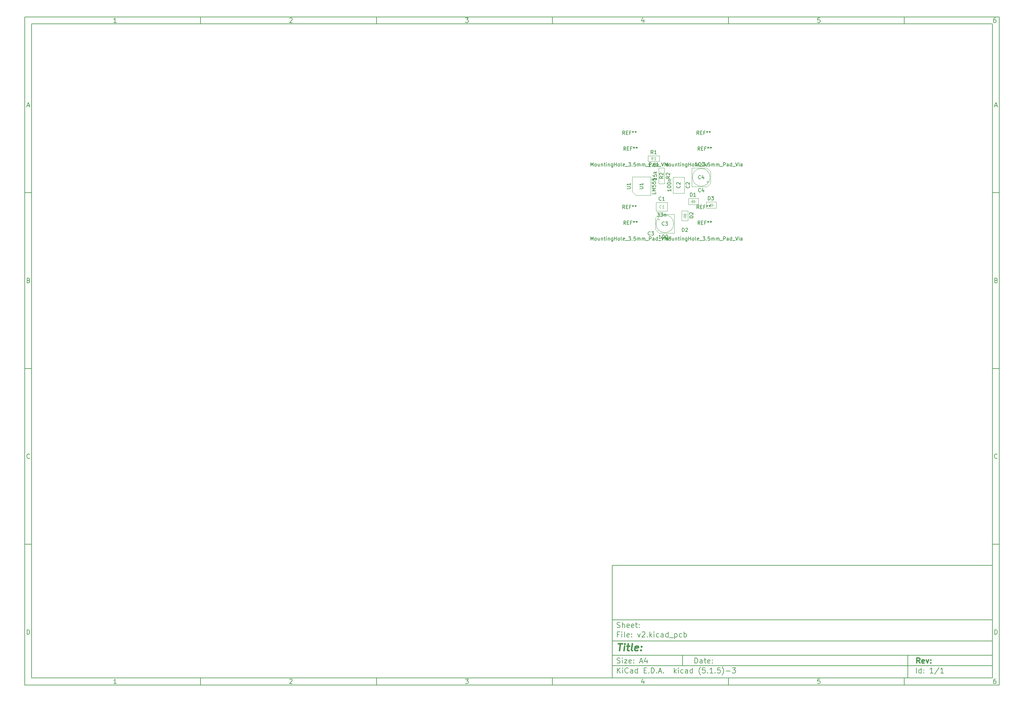
<source format=gbr>
G04 #@! TF.GenerationSoftware,KiCad,Pcbnew,(5.1.5)-3*
G04 #@! TF.CreationDate,2020-05-09T15:27:07-04:00*
G04 #@! TF.ProjectId,v2,76322e6b-6963-4616-945f-706362585858,rev?*
G04 #@! TF.SameCoordinates,Original*
G04 #@! TF.FileFunction,Other,Fab,Top*
%FSLAX46Y46*%
G04 Gerber Fmt 4.6, Leading zero omitted, Abs format (unit mm)*
G04 Created by KiCad (PCBNEW (5.1.5)-3) date 2020-05-09 15:27:07*
%MOMM*%
%LPD*%
G04 APERTURE LIST*
%ADD10C,0.100000*%
%ADD11C,0.150000*%
%ADD12C,0.300000*%
%ADD13C,0.400000*%
%ADD14C,0.120000*%
G04 APERTURE END LIST*
D10*
D11*
X177002200Y-166007200D02*
X177002200Y-198007200D01*
X285002200Y-198007200D01*
X285002200Y-166007200D01*
X177002200Y-166007200D01*
D10*
D11*
X10000000Y-10000000D02*
X10000000Y-200007200D01*
X287002200Y-200007200D01*
X287002200Y-10000000D01*
X10000000Y-10000000D01*
D10*
D11*
X12000000Y-12000000D02*
X12000000Y-198007200D01*
X285002200Y-198007200D01*
X285002200Y-12000000D01*
X12000000Y-12000000D01*
D10*
D11*
X60000000Y-12000000D02*
X60000000Y-10000000D01*
D10*
D11*
X110000000Y-12000000D02*
X110000000Y-10000000D01*
D10*
D11*
X160000000Y-12000000D02*
X160000000Y-10000000D01*
D10*
D11*
X210000000Y-12000000D02*
X210000000Y-10000000D01*
D10*
D11*
X260000000Y-12000000D02*
X260000000Y-10000000D01*
D10*
D11*
X36065476Y-11588095D02*
X35322619Y-11588095D01*
X35694047Y-11588095D02*
X35694047Y-10288095D01*
X35570238Y-10473809D01*
X35446428Y-10597619D01*
X35322619Y-10659523D01*
D10*
D11*
X85322619Y-10411904D02*
X85384523Y-10350000D01*
X85508333Y-10288095D01*
X85817857Y-10288095D01*
X85941666Y-10350000D01*
X86003571Y-10411904D01*
X86065476Y-10535714D01*
X86065476Y-10659523D01*
X86003571Y-10845238D01*
X85260714Y-11588095D01*
X86065476Y-11588095D01*
D10*
D11*
X135260714Y-10288095D02*
X136065476Y-10288095D01*
X135632142Y-10783333D01*
X135817857Y-10783333D01*
X135941666Y-10845238D01*
X136003571Y-10907142D01*
X136065476Y-11030952D01*
X136065476Y-11340476D01*
X136003571Y-11464285D01*
X135941666Y-11526190D01*
X135817857Y-11588095D01*
X135446428Y-11588095D01*
X135322619Y-11526190D01*
X135260714Y-11464285D01*
D10*
D11*
X185941666Y-10721428D02*
X185941666Y-11588095D01*
X185632142Y-10226190D02*
X185322619Y-11154761D01*
X186127380Y-11154761D01*
D10*
D11*
X236003571Y-10288095D02*
X235384523Y-10288095D01*
X235322619Y-10907142D01*
X235384523Y-10845238D01*
X235508333Y-10783333D01*
X235817857Y-10783333D01*
X235941666Y-10845238D01*
X236003571Y-10907142D01*
X236065476Y-11030952D01*
X236065476Y-11340476D01*
X236003571Y-11464285D01*
X235941666Y-11526190D01*
X235817857Y-11588095D01*
X235508333Y-11588095D01*
X235384523Y-11526190D01*
X235322619Y-11464285D01*
D10*
D11*
X285941666Y-10288095D02*
X285694047Y-10288095D01*
X285570238Y-10350000D01*
X285508333Y-10411904D01*
X285384523Y-10597619D01*
X285322619Y-10845238D01*
X285322619Y-11340476D01*
X285384523Y-11464285D01*
X285446428Y-11526190D01*
X285570238Y-11588095D01*
X285817857Y-11588095D01*
X285941666Y-11526190D01*
X286003571Y-11464285D01*
X286065476Y-11340476D01*
X286065476Y-11030952D01*
X286003571Y-10907142D01*
X285941666Y-10845238D01*
X285817857Y-10783333D01*
X285570238Y-10783333D01*
X285446428Y-10845238D01*
X285384523Y-10907142D01*
X285322619Y-11030952D01*
D10*
D11*
X60000000Y-198007200D02*
X60000000Y-200007200D01*
D10*
D11*
X110000000Y-198007200D02*
X110000000Y-200007200D01*
D10*
D11*
X160000000Y-198007200D02*
X160000000Y-200007200D01*
D10*
D11*
X210000000Y-198007200D02*
X210000000Y-200007200D01*
D10*
D11*
X260000000Y-198007200D02*
X260000000Y-200007200D01*
D10*
D11*
X36065476Y-199595295D02*
X35322619Y-199595295D01*
X35694047Y-199595295D02*
X35694047Y-198295295D01*
X35570238Y-198481009D01*
X35446428Y-198604819D01*
X35322619Y-198666723D01*
D10*
D11*
X85322619Y-198419104D02*
X85384523Y-198357200D01*
X85508333Y-198295295D01*
X85817857Y-198295295D01*
X85941666Y-198357200D01*
X86003571Y-198419104D01*
X86065476Y-198542914D01*
X86065476Y-198666723D01*
X86003571Y-198852438D01*
X85260714Y-199595295D01*
X86065476Y-199595295D01*
D10*
D11*
X135260714Y-198295295D02*
X136065476Y-198295295D01*
X135632142Y-198790533D01*
X135817857Y-198790533D01*
X135941666Y-198852438D01*
X136003571Y-198914342D01*
X136065476Y-199038152D01*
X136065476Y-199347676D01*
X136003571Y-199471485D01*
X135941666Y-199533390D01*
X135817857Y-199595295D01*
X135446428Y-199595295D01*
X135322619Y-199533390D01*
X135260714Y-199471485D01*
D10*
D11*
X185941666Y-198728628D02*
X185941666Y-199595295D01*
X185632142Y-198233390D02*
X185322619Y-199161961D01*
X186127380Y-199161961D01*
D10*
D11*
X236003571Y-198295295D02*
X235384523Y-198295295D01*
X235322619Y-198914342D01*
X235384523Y-198852438D01*
X235508333Y-198790533D01*
X235817857Y-198790533D01*
X235941666Y-198852438D01*
X236003571Y-198914342D01*
X236065476Y-199038152D01*
X236065476Y-199347676D01*
X236003571Y-199471485D01*
X235941666Y-199533390D01*
X235817857Y-199595295D01*
X235508333Y-199595295D01*
X235384523Y-199533390D01*
X235322619Y-199471485D01*
D10*
D11*
X285941666Y-198295295D02*
X285694047Y-198295295D01*
X285570238Y-198357200D01*
X285508333Y-198419104D01*
X285384523Y-198604819D01*
X285322619Y-198852438D01*
X285322619Y-199347676D01*
X285384523Y-199471485D01*
X285446428Y-199533390D01*
X285570238Y-199595295D01*
X285817857Y-199595295D01*
X285941666Y-199533390D01*
X286003571Y-199471485D01*
X286065476Y-199347676D01*
X286065476Y-199038152D01*
X286003571Y-198914342D01*
X285941666Y-198852438D01*
X285817857Y-198790533D01*
X285570238Y-198790533D01*
X285446428Y-198852438D01*
X285384523Y-198914342D01*
X285322619Y-199038152D01*
D10*
D11*
X10000000Y-60000000D02*
X12000000Y-60000000D01*
D10*
D11*
X10000000Y-110000000D02*
X12000000Y-110000000D01*
D10*
D11*
X10000000Y-160000000D02*
X12000000Y-160000000D01*
D10*
D11*
X10690476Y-35216666D02*
X11309523Y-35216666D01*
X10566666Y-35588095D02*
X11000000Y-34288095D01*
X11433333Y-35588095D01*
D10*
D11*
X11092857Y-84907142D02*
X11278571Y-84969047D01*
X11340476Y-85030952D01*
X11402380Y-85154761D01*
X11402380Y-85340476D01*
X11340476Y-85464285D01*
X11278571Y-85526190D01*
X11154761Y-85588095D01*
X10659523Y-85588095D01*
X10659523Y-84288095D01*
X11092857Y-84288095D01*
X11216666Y-84350000D01*
X11278571Y-84411904D01*
X11340476Y-84535714D01*
X11340476Y-84659523D01*
X11278571Y-84783333D01*
X11216666Y-84845238D01*
X11092857Y-84907142D01*
X10659523Y-84907142D01*
D10*
D11*
X11402380Y-135464285D02*
X11340476Y-135526190D01*
X11154761Y-135588095D01*
X11030952Y-135588095D01*
X10845238Y-135526190D01*
X10721428Y-135402380D01*
X10659523Y-135278571D01*
X10597619Y-135030952D01*
X10597619Y-134845238D01*
X10659523Y-134597619D01*
X10721428Y-134473809D01*
X10845238Y-134350000D01*
X11030952Y-134288095D01*
X11154761Y-134288095D01*
X11340476Y-134350000D01*
X11402380Y-134411904D01*
D10*
D11*
X10659523Y-185588095D02*
X10659523Y-184288095D01*
X10969047Y-184288095D01*
X11154761Y-184350000D01*
X11278571Y-184473809D01*
X11340476Y-184597619D01*
X11402380Y-184845238D01*
X11402380Y-185030952D01*
X11340476Y-185278571D01*
X11278571Y-185402380D01*
X11154761Y-185526190D01*
X10969047Y-185588095D01*
X10659523Y-185588095D01*
D10*
D11*
X287002200Y-60000000D02*
X285002200Y-60000000D01*
D10*
D11*
X287002200Y-110000000D02*
X285002200Y-110000000D01*
D10*
D11*
X287002200Y-160000000D02*
X285002200Y-160000000D01*
D10*
D11*
X285692676Y-35216666D02*
X286311723Y-35216666D01*
X285568866Y-35588095D02*
X286002200Y-34288095D01*
X286435533Y-35588095D01*
D10*
D11*
X286095057Y-84907142D02*
X286280771Y-84969047D01*
X286342676Y-85030952D01*
X286404580Y-85154761D01*
X286404580Y-85340476D01*
X286342676Y-85464285D01*
X286280771Y-85526190D01*
X286156961Y-85588095D01*
X285661723Y-85588095D01*
X285661723Y-84288095D01*
X286095057Y-84288095D01*
X286218866Y-84350000D01*
X286280771Y-84411904D01*
X286342676Y-84535714D01*
X286342676Y-84659523D01*
X286280771Y-84783333D01*
X286218866Y-84845238D01*
X286095057Y-84907142D01*
X285661723Y-84907142D01*
D10*
D11*
X286404580Y-135464285D02*
X286342676Y-135526190D01*
X286156961Y-135588095D01*
X286033152Y-135588095D01*
X285847438Y-135526190D01*
X285723628Y-135402380D01*
X285661723Y-135278571D01*
X285599819Y-135030952D01*
X285599819Y-134845238D01*
X285661723Y-134597619D01*
X285723628Y-134473809D01*
X285847438Y-134350000D01*
X286033152Y-134288095D01*
X286156961Y-134288095D01*
X286342676Y-134350000D01*
X286404580Y-134411904D01*
D10*
D11*
X285661723Y-185588095D02*
X285661723Y-184288095D01*
X285971247Y-184288095D01*
X286156961Y-184350000D01*
X286280771Y-184473809D01*
X286342676Y-184597619D01*
X286404580Y-184845238D01*
X286404580Y-185030952D01*
X286342676Y-185278571D01*
X286280771Y-185402380D01*
X286156961Y-185526190D01*
X285971247Y-185588095D01*
X285661723Y-185588095D01*
D10*
D11*
X200434342Y-193785771D02*
X200434342Y-192285771D01*
X200791485Y-192285771D01*
X201005771Y-192357200D01*
X201148628Y-192500057D01*
X201220057Y-192642914D01*
X201291485Y-192928628D01*
X201291485Y-193142914D01*
X201220057Y-193428628D01*
X201148628Y-193571485D01*
X201005771Y-193714342D01*
X200791485Y-193785771D01*
X200434342Y-193785771D01*
X202577200Y-193785771D02*
X202577200Y-193000057D01*
X202505771Y-192857200D01*
X202362914Y-192785771D01*
X202077200Y-192785771D01*
X201934342Y-192857200D01*
X202577200Y-193714342D02*
X202434342Y-193785771D01*
X202077200Y-193785771D01*
X201934342Y-193714342D01*
X201862914Y-193571485D01*
X201862914Y-193428628D01*
X201934342Y-193285771D01*
X202077200Y-193214342D01*
X202434342Y-193214342D01*
X202577200Y-193142914D01*
X203077200Y-192785771D02*
X203648628Y-192785771D01*
X203291485Y-192285771D02*
X203291485Y-193571485D01*
X203362914Y-193714342D01*
X203505771Y-193785771D01*
X203648628Y-193785771D01*
X204720057Y-193714342D02*
X204577200Y-193785771D01*
X204291485Y-193785771D01*
X204148628Y-193714342D01*
X204077200Y-193571485D01*
X204077200Y-193000057D01*
X204148628Y-192857200D01*
X204291485Y-192785771D01*
X204577200Y-192785771D01*
X204720057Y-192857200D01*
X204791485Y-193000057D01*
X204791485Y-193142914D01*
X204077200Y-193285771D01*
X205434342Y-193642914D02*
X205505771Y-193714342D01*
X205434342Y-193785771D01*
X205362914Y-193714342D01*
X205434342Y-193642914D01*
X205434342Y-193785771D01*
X205434342Y-192857200D02*
X205505771Y-192928628D01*
X205434342Y-193000057D01*
X205362914Y-192928628D01*
X205434342Y-192857200D01*
X205434342Y-193000057D01*
D10*
D11*
X177002200Y-194507200D02*
X285002200Y-194507200D01*
D10*
D11*
X178434342Y-196585771D02*
X178434342Y-195085771D01*
X179291485Y-196585771D02*
X178648628Y-195728628D01*
X179291485Y-195085771D02*
X178434342Y-195942914D01*
X179934342Y-196585771D02*
X179934342Y-195585771D01*
X179934342Y-195085771D02*
X179862914Y-195157200D01*
X179934342Y-195228628D01*
X180005771Y-195157200D01*
X179934342Y-195085771D01*
X179934342Y-195228628D01*
X181505771Y-196442914D02*
X181434342Y-196514342D01*
X181220057Y-196585771D01*
X181077200Y-196585771D01*
X180862914Y-196514342D01*
X180720057Y-196371485D01*
X180648628Y-196228628D01*
X180577200Y-195942914D01*
X180577200Y-195728628D01*
X180648628Y-195442914D01*
X180720057Y-195300057D01*
X180862914Y-195157200D01*
X181077200Y-195085771D01*
X181220057Y-195085771D01*
X181434342Y-195157200D01*
X181505771Y-195228628D01*
X182791485Y-196585771D02*
X182791485Y-195800057D01*
X182720057Y-195657200D01*
X182577200Y-195585771D01*
X182291485Y-195585771D01*
X182148628Y-195657200D01*
X182791485Y-196514342D02*
X182648628Y-196585771D01*
X182291485Y-196585771D01*
X182148628Y-196514342D01*
X182077200Y-196371485D01*
X182077200Y-196228628D01*
X182148628Y-196085771D01*
X182291485Y-196014342D01*
X182648628Y-196014342D01*
X182791485Y-195942914D01*
X184148628Y-196585771D02*
X184148628Y-195085771D01*
X184148628Y-196514342D02*
X184005771Y-196585771D01*
X183720057Y-196585771D01*
X183577200Y-196514342D01*
X183505771Y-196442914D01*
X183434342Y-196300057D01*
X183434342Y-195871485D01*
X183505771Y-195728628D01*
X183577200Y-195657200D01*
X183720057Y-195585771D01*
X184005771Y-195585771D01*
X184148628Y-195657200D01*
X186005771Y-195800057D02*
X186505771Y-195800057D01*
X186720057Y-196585771D02*
X186005771Y-196585771D01*
X186005771Y-195085771D01*
X186720057Y-195085771D01*
X187362914Y-196442914D02*
X187434342Y-196514342D01*
X187362914Y-196585771D01*
X187291485Y-196514342D01*
X187362914Y-196442914D01*
X187362914Y-196585771D01*
X188077200Y-196585771D02*
X188077200Y-195085771D01*
X188434342Y-195085771D01*
X188648628Y-195157200D01*
X188791485Y-195300057D01*
X188862914Y-195442914D01*
X188934342Y-195728628D01*
X188934342Y-195942914D01*
X188862914Y-196228628D01*
X188791485Y-196371485D01*
X188648628Y-196514342D01*
X188434342Y-196585771D01*
X188077200Y-196585771D01*
X189577200Y-196442914D02*
X189648628Y-196514342D01*
X189577200Y-196585771D01*
X189505771Y-196514342D01*
X189577200Y-196442914D01*
X189577200Y-196585771D01*
X190220057Y-196157200D02*
X190934342Y-196157200D01*
X190077200Y-196585771D02*
X190577200Y-195085771D01*
X191077200Y-196585771D01*
X191577200Y-196442914D02*
X191648628Y-196514342D01*
X191577200Y-196585771D01*
X191505771Y-196514342D01*
X191577200Y-196442914D01*
X191577200Y-196585771D01*
X194577200Y-196585771D02*
X194577200Y-195085771D01*
X194720057Y-196014342D02*
X195148628Y-196585771D01*
X195148628Y-195585771D02*
X194577200Y-196157200D01*
X195791485Y-196585771D02*
X195791485Y-195585771D01*
X195791485Y-195085771D02*
X195720057Y-195157200D01*
X195791485Y-195228628D01*
X195862914Y-195157200D01*
X195791485Y-195085771D01*
X195791485Y-195228628D01*
X197148628Y-196514342D02*
X197005771Y-196585771D01*
X196720057Y-196585771D01*
X196577200Y-196514342D01*
X196505771Y-196442914D01*
X196434342Y-196300057D01*
X196434342Y-195871485D01*
X196505771Y-195728628D01*
X196577200Y-195657200D01*
X196720057Y-195585771D01*
X197005771Y-195585771D01*
X197148628Y-195657200D01*
X198434342Y-196585771D02*
X198434342Y-195800057D01*
X198362914Y-195657200D01*
X198220057Y-195585771D01*
X197934342Y-195585771D01*
X197791485Y-195657200D01*
X198434342Y-196514342D02*
X198291485Y-196585771D01*
X197934342Y-196585771D01*
X197791485Y-196514342D01*
X197720057Y-196371485D01*
X197720057Y-196228628D01*
X197791485Y-196085771D01*
X197934342Y-196014342D01*
X198291485Y-196014342D01*
X198434342Y-195942914D01*
X199791485Y-196585771D02*
X199791485Y-195085771D01*
X199791485Y-196514342D02*
X199648628Y-196585771D01*
X199362914Y-196585771D01*
X199220057Y-196514342D01*
X199148628Y-196442914D01*
X199077200Y-196300057D01*
X199077200Y-195871485D01*
X199148628Y-195728628D01*
X199220057Y-195657200D01*
X199362914Y-195585771D01*
X199648628Y-195585771D01*
X199791485Y-195657200D01*
X202077200Y-197157200D02*
X202005771Y-197085771D01*
X201862914Y-196871485D01*
X201791485Y-196728628D01*
X201720057Y-196514342D01*
X201648628Y-196157200D01*
X201648628Y-195871485D01*
X201720057Y-195514342D01*
X201791485Y-195300057D01*
X201862914Y-195157200D01*
X202005771Y-194942914D01*
X202077200Y-194871485D01*
X203362914Y-195085771D02*
X202648628Y-195085771D01*
X202577200Y-195800057D01*
X202648628Y-195728628D01*
X202791485Y-195657200D01*
X203148628Y-195657200D01*
X203291485Y-195728628D01*
X203362914Y-195800057D01*
X203434342Y-195942914D01*
X203434342Y-196300057D01*
X203362914Y-196442914D01*
X203291485Y-196514342D01*
X203148628Y-196585771D01*
X202791485Y-196585771D01*
X202648628Y-196514342D01*
X202577200Y-196442914D01*
X204077200Y-196442914D02*
X204148628Y-196514342D01*
X204077200Y-196585771D01*
X204005771Y-196514342D01*
X204077200Y-196442914D01*
X204077200Y-196585771D01*
X205577200Y-196585771D02*
X204720057Y-196585771D01*
X205148628Y-196585771D02*
X205148628Y-195085771D01*
X205005771Y-195300057D01*
X204862914Y-195442914D01*
X204720057Y-195514342D01*
X206220057Y-196442914D02*
X206291485Y-196514342D01*
X206220057Y-196585771D01*
X206148628Y-196514342D01*
X206220057Y-196442914D01*
X206220057Y-196585771D01*
X207648628Y-195085771D02*
X206934342Y-195085771D01*
X206862914Y-195800057D01*
X206934342Y-195728628D01*
X207077200Y-195657200D01*
X207434342Y-195657200D01*
X207577200Y-195728628D01*
X207648628Y-195800057D01*
X207720057Y-195942914D01*
X207720057Y-196300057D01*
X207648628Y-196442914D01*
X207577200Y-196514342D01*
X207434342Y-196585771D01*
X207077200Y-196585771D01*
X206934342Y-196514342D01*
X206862914Y-196442914D01*
X208220057Y-197157200D02*
X208291485Y-197085771D01*
X208434342Y-196871485D01*
X208505771Y-196728628D01*
X208577200Y-196514342D01*
X208648628Y-196157200D01*
X208648628Y-195871485D01*
X208577200Y-195514342D01*
X208505771Y-195300057D01*
X208434342Y-195157200D01*
X208291485Y-194942914D01*
X208220057Y-194871485D01*
X209362914Y-196014342D02*
X210505771Y-196014342D01*
X211077200Y-195085771D02*
X212005771Y-195085771D01*
X211505771Y-195657200D01*
X211720057Y-195657200D01*
X211862914Y-195728628D01*
X211934342Y-195800057D01*
X212005771Y-195942914D01*
X212005771Y-196300057D01*
X211934342Y-196442914D01*
X211862914Y-196514342D01*
X211720057Y-196585771D01*
X211291485Y-196585771D01*
X211148628Y-196514342D01*
X211077200Y-196442914D01*
D10*
D11*
X177002200Y-191507200D02*
X285002200Y-191507200D01*
D10*
D12*
X264411485Y-193785771D02*
X263911485Y-193071485D01*
X263554342Y-193785771D02*
X263554342Y-192285771D01*
X264125771Y-192285771D01*
X264268628Y-192357200D01*
X264340057Y-192428628D01*
X264411485Y-192571485D01*
X264411485Y-192785771D01*
X264340057Y-192928628D01*
X264268628Y-193000057D01*
X264125771Y-193071485D01*
X263554342Y-193071485D01*
X265625771Y-193714342D02*
X265482914Y-193785771D01*
X265197200Y-193785771D01*
X265054342Y-193714342D01*
X264982914Y-193571485D01*
X264982914Y-193000057D01*
X265054342Y-192857200D01*
X265197200Y-192785771D01*
X265482914Y-192785771D01*
X265625771Y-192857200D01*
X265697200Y-193000057D01*
X265697200Y-193142914D01*
X264982914Y-193285771D01*
X266197200Y-192785771D02*
X266554342Y-193785771D01*
X266911485Y-192785771D01*
X267482914Y-193642914D02*
X267554342Y-193714342D01*
X267482914Y-193785771D01*
X267411485Y-193714342D01*
X267482914Y-193642914D01*
X267482914Y-193785771D01*
X267482914Y-192857200D02*
X267554342Y-192928628D01*
X267482914Y-193000057D01*
X267411485Y-192928628D01*
X267482914Y-192857200D01*
X267482914Y-193000057D01*
D10*
D11*
X178362914Y-193714342D02*
X178577200Y-193785771D01*
X178934342Y-193785771D01*
X179077200Y-193714342D01*
X179148628Y-193642914D01*
X179220057Y-193500057D01*
X179220057Y-193357200D01*
X179148628Y-193214342D01*
X179077200Y-193142914D01*
X178934342Y-193071485D01*
X178648628Y-193000057D01*
X178505771Y-192928628D01*
X178434342Y-192857200D01*
X178362914Y-192714342D01*
X178362914Y-192571485D01*
X178434342Y-192428628D01*
X178505771Y-192357200D01*
X178648628Y-192285771D01*
X179005771Y-192285771D01*
X179220057Y-192357200D01*
X179862914Y-193785771D02*
X179862914Y-192785771D01*
X179862914Y-192285771D02*
X179791485Y-192357200D01*
X179862914Y-192428628D01*
X179934342Y-192357200D01*
X179862914Y-192285771D01*
X179862914Y-192428628D01*
X180434342Y-192785771D02*
X181220057Y-192785771D01*
X180434342Y-193785771D01*
X181220057Y-193785771D01*
X182362914Y-193714342D02*
X182220057Y-193785771D01*
X181934342Y-193785771D01*
X181791485Y-193714342D01*
X181720057Y-193571485D01*
X181720057Y-193000057D01*
X181791485Y-192857200D01*
X181934342Y-192785771D01*
X182220057Y-192785771D01*
X182362914Y-192857200D01*
X182434342Y-193000057D01*
X182434342Y-193142914D01*
X181720057Y-193285771D01*
X183077200Y-193642914D02*
X183148628Y-193714342D01*
X183077200Y-193785771D01*
X183005771Y-193714342D01*
X183077200Y-193642914D01*
X183077200Y-193785771D01*
X183077200Y-192857200D02*
X183148628Y-192928628D01*
X183077200Y-193000057D01*
X183005771Y-192928628D01*
X183077200Y-192857200D01*
X183077200Y-193000057D01*
X184862914Y-193357200D02*
X185577200Y-193357200D01*
X184720057Y-193785771D02*
X185220057Y-192285771D01*
X185720057Y-193785771D01*
X186862914Y-192785771D02*
X186862914Y-193785771D01*
X186505771Y-192214342D02*
X186148628Y-193285771D01*
X187077200Y-193285771D01*
D10*
D11*
X263434342Y-196585771D02*
X263434342Y-195085771D01*
X264791485Y-196585771D02*
X264791485Y-195085771D01*
X264791485Y-196514342D02*
X264648628Y-196585771D01*
X264362914Y-196585771D01*
X264220057Y-196514342D01*
X264148628Y-196442914D01*
X264077200Y-196300057D01*
X264077200Y-195871485D01*
X264148628Y-195728628D01*
X264220057Y-195657200D01*
X264362914Y-195585771D01*
X264648628Y-195585771D01*
X264791485Y-195657200D01*
X265505771Y-196442914D02*
X265577200Y-196514342D01*
X265505771Y-196585771D01*
X265434342Y-196514342D01*
X265505771Y-196442914D01*
X265505771Y-196585771D01*
X265505771Y-195657200D02*
X265577200Y-195728628D01*
X265505771Y-195800057D01*
X265434342Y-195728628D01*
X265505771Y-195657200D01*
X265505771Y-195800057D01*
X268148628Y-196585771D02*
X267291485Y-196585771D01*
X267720057Y-196585771D02*
X267720057Y-195085771D01*
X267577200Y-195300057D01*
X267434342Y-195442914D01*
X267291485Y-195514342D01*
X269862914Y-195014342D02*
X268577200Y-196942914D01*
X271148628Y-196585771D02*
X270291485Y-196585771D01*
X270720057Y-196585771D02*
X270720057Y-195085771D01*
X270577200Y-195300057D01*
X270434342Y-195442914D01*
X270291485Y-195514342D01*
D10*
D11*
X177002200Y-187507200D02*
X285002200Y-187507200D01*
D10*
D13*
X178714580Y-188211961D02*
X179857438Y-188211961D01*
X179036009Y-190211961D02*
X179286009Y-188211961D01*
X180274104Y-190211961D02*
X180440771Y-188878628D01*
X180524104Y-188211961D02*
X180416961Y-188307200D01*
X180500295Y-188402438D01*
X180607438Y-188307200D01*
X180524104Y-188211961D01*
X180500295Y-188402438D01*
X181107438Y-188878628D02*
X181869342Y-188878628D01*
X181476485Y-188211961D02*
X181262200Y-189926247D01*
X181333628Y-190116723D01*
X181512200Y-190211961D01*
X181702676Y-190211961D01*
X182655057Y-190211961D02*
X182476485Y-190116723D01*
X182405057Y-189926247D01*
X182619342Y-188211961D01*
X184190771Y-190116723D02*
X183988390Y-190211961D01*
X183607438Y-190211961D01*
X183428866Y-190116723D01*
X183357438Y-189926247D01*
X183452676Y-189164342D01*
X183571723Y-188973866D01*
X183774104Y-188878628D01*
X184155057Y-188878628D01*
X184333628Y-188973866D01*
X184405057Y-189164342D01*
X184381247Y-189354819D01*
X183405057Y-189545295D01*
X185155057Y-190021485D02*
X185238390Y-190116723D01*
X185131247Y-190211961D01*
X185047914Y-190116723D01*
X185155057Y-190021485D01*
X185131247Y-190211961D01*
X185286009Y-188973866D02*
X185369342Y-189069104D01*
X185262200Y-189164342D01*
X185178866Y-189069104D01*
X185286009Y-188973866D01*
X185262200Y-189164342D01*
D10*
D11*
X178934342Y-185600057D02*
X178434342Y-185600057D01*
X178434342Y-186385771D02*
X178434342Y-184885771D01*
X179148628Y-184885771D01*
X179720057Y-186385771D02*
X179720057Y-185385771D01*
X179720057Y-184885771D02*
X179648628Y-184957200D01*
X179720057Y-185028628D01*
X179791485Y-184957200D01*
X179720057Y-184885771D01*
X179720057Y-185028628D01*
X180648628Y-186385771D02*
X180505771Y-186314342D01*
X180434342Y-186171485D01*
X180434342Y-184885771D01*
X181791485Y-186314342D02*
X181648628Y-186385771D01*
X181362914Y-186385771D01*
X181220057Y-186314342D01*
X181148628Y-186171485D01*
X181148628Y-185600057D01*
X181220057Y-185457200D01*
X181362914Y-185385771D01*
X181648628Y-185385771D01*
X181791485Y-185457200D01*
X181862914Y-185600057D01*
X181862914Y-185742914D01*
X181148628Y-185885771D01*
X182505771Y-186242914D02*
X182577200Y-186314342D01*
X182505771Y-186385771D01*
X182434342Y-186314342D01*
X182505771Y-186242914D01*
X182505771Y-186385771D01*
X182505771Y-185457200D02*
X182577200Y-185528628D01*
X182505771Y-185600057D01*
X182434342Y-185528628D01*
X182505771Y-185457200D01*
X182505771Y-185600057D01*
X184220057Y-185385771D02*
X184577200Y-186385771D01*
X184934342Y-185385771D01*
X185434342Y-185028628D02*
X185505771Y-184957200D01*
X185648628Y-184885771D01*
X186005771Y-184885771D01*
X186148628Y-184957200D01*
X186220057Y-185028628D01*
X186291485Y-185171485D01*
X186291485Y-185314342D01*
X186220057Y-185528628D01*
X185362914Y-186385771D01*
X186291485Y-186385771D01*
X186934342Y-186242914D02*
X187005771Y-186314342D01*
X186934342Y-186385771D01*
X186862914Y-186314342D01*
X186934342Y-186242914D01*
X186934342Y-186385771D01*
X187648628Y-186385771D02*
X187648628Y-184885771D01*
X187791485Y-185814342D02*
X188220057Y-186385771D01*
X188220057Y-185385771D02*
X187648628Y-185957200D01*
X188862914Y-186385771D02*
X188862914Y-185385771D01*
X188862914Y-184885771D02*
X188791485Y-184957200D01*
X188862914Y-185028628D01*
X188934342Y-184957200D01*
X188862914Y-184885771D01*
X188862914Y-185028628D01*
X190220057Y-186314342D02*
X190077200Y-186385771D01*
X189791485Y-186385771D01*
X189648628Y-186314342D01*
X189577200Y-186242914D01*
X189505771Y-186100057D01*
X189505771Y-185671485D01*
X189577200Y-185528628D01*
X189648628Y-185457200D01*
X189791485Y-185385771D01*
X190077200Y-185385771D01*
X190220057Y-185457200D01*
X191505771Y-186385771D02*
X191505771Y-185600057D01*
X191434342Y-185457200D01*
X191291485Y-185385771D01*
X191005771Y-185385771D01*
X190862914Y-185457200D01*
X191505771Y-186314342D02*
X191362914Y-186385771D01*
X191005771Y-186385771D01*
X190862914Y-186314342D01*
X190791485Y-186171485D01*
X190791485Y-186028628D01*
X190862914Y-185885771D01*
X191005771Y-185814342D01*
X191362914Y-185814342D01*
X191505771Y-185742914D01*
X192862914Y-186385771D02*
X192862914Y-184885771D01*
X192862914Y-186314342D02*
X192720057Y-186385771D01*
X192434342Y-186385771D01*
X192291485Y-186314342D01*
X192220057Y-186242914D01*
X192148628Y-186100057D01*
X192148628Y-185671485D01*
X192220057Y-185528628D01*
X192291485Y-185457200D01*
X192434342Y-185385771D01*
X192720057Y-185385771D01*
X192862914Y-185457200D01*
X193220057Y-186528628D02*
X194362914Y-186528628D01*
X194720057Y-185385771D02*
X194720057Y-186885771D01*
X194720057Y-185457200D02*
X194862914Y-185385771D01*
X195148628Y-185385771D01*
X195291485Y-185457200D01*
X195362914Y-185528628D01*
X195434342Y-185671485D01*
X195434342Y-186100057D01*
X195362914Y-186242914D01*
X195291485Y-186314342D01*
X195148628Y-186385771D01*
X194862914Y-186385771D01*
X194720057Y-186314342D01*
X196720057Y-186314342D02*
X196577200Y-186385771D01*
X196291485Y-186385771D01*
X196148628Y-186314342D01*
X196077200Y-186242914D01*
X196005771Y-186100057D01*
X196005771Y-185671485D01*
X196077200Y-185528628D01*
X196148628Y-185457200D01*
X196291485Y-185385771D01*
X196577200Y-185385771D01*
X196720057Y-185457200D01*
X197362914Y-186385771D02*
X197362914Y-184885771D01*
X197362914Y-185457200D02*
X197505771Y-185385771D01*
X197791485Y-185385771D01*
X197934342Y-185457200D01*
X198005771Y-185528628D01*
X198077200Y-185671485D01*
X198077200Y-186100057D01*
X198005771Y-186242914D01*
X197934342Y-186314342D01*
X197791485Y-186385771D01*
X197505771Y-186385771D01*
X197362914Y-186314342D01*
D10*
D11*
X177002200Y-181507200D02*
X285002200Y-181507200D01*
D10*
D11*
X178362914Y-183614342D02*
X178577200Y-183685771D01*
X178934342Y-183685771D01*
X179077200Y-183614342D01*
X179148628Y-183542914D01*
X179220057Y-183400057D01*
X179220057Y-183257200D01*
X179148628Y-183114342D01*
X179077200Y-183042914D01*
X178934342Y-182971485D01*
X178648628Y-182900057D01*
X178505771Y-182828628D01*
X178434342Y-182757200D01*
X178362914Y-182614342D01*
X178362914Y-182471485D01*
X178434342Y-182328628D01*
X178505771Y-182257200D01*
X178648628Y-182185771D01*
X179005771Y-182185771D01*
X179220057Y-182257200D01*
X179862914Y-183685771D02*
X179862914Y-182185771D01*
X180505771Y-183685771D02*
X180505771Y-182900057D01*
X180434342Y-182757200D01*
X180291485Y-182685771D01*
X180077200Y-182685771D01*
X179934342Y-182757200D01*
X179862914Y-182828628D01*
X181791485Y-183614342D02*
X181648628Y-183685771D01*
X181362914Y-183685771D01*
X181220057Y-183614342D01*
X181148628Y-183471485D01*
X181148628Y-182900057D01*
X181220057Y-182757200D01*
X181362914Y-182685771D01*
X181648628Y-182685771D01*
X181791485Y-182757200D01*
X181862914Y-182900057D01*
X181862914Y-183042914D01*
X181148628Y-183185771D01*
X183077200Y-183614342D02*
X182934342Y-183685771D01*
X182648628Y-183685771D01*
X182505771Y-183614342D01*
X182434342Y-183471485D01*
X182434342Y-182900057D01*
X182505771Y-182757200D01*
X182648628Y-182685771D01*
X182934342Y-182685771D01*
X183077200Y-182757200D01*
X183148628Y-182900057D01*
X183148628Y-183042914D01*
X182434342Y-183185771D01*
X183577200Y-182685771D02*
X184148628Y-182685771D01*
X183791485Y-182185771D02*
X183791485Y-183471485D01*
X183862914Y-183614342D01*
X184005771Y-183685771D01*
X184148628Y-183685771D01*
X184648628Y-183542914D02*
X184720057Y-183614342D01*
X184648628Y-183685771D01*
X184577200Y-183614342D01*
X184648628Y-183542914D01*
X184648628Y-183685771D01*
X184648628Y-182757200D02*
X184720057Y-182828628D01*
X184648628Y-182900057D01*
X184577200Y-182828628D01*
X184648628Y-182757200D01*
X184648628Y-182900057D01*
D10*
D11*
X197002200Y-191507200D02*
X197002200Y-194507200D01*
D10*
D11*
X261002200Y-191507200D02*
X261002200Y-198007200D01*
D10*
X183673000Y-60734500D02*
X182673000Y-59734500D01*
X187913000Y-60734500D02*
X183673000Y-60734500D01*
X187913000Y-55484500D02*
X187913000Y-60734500D01*
X182673000Y-55484500D02*
X187913000Y-55484500D01*
X182673000Y-59734500D02*
X182673000Y-55484500D01*
X190208000Y-57423500D02*
X190208000Y-52923500D01*
X191808000Y-57423500D02*
X190208000Y-57423500D01*
X191808000Y-52923500D02*
X191808000Y-57423500D01*
X190208000Y-52923500D02*
X191808000Y-52923500D01*
X190358500Y-51092000D02*
X187158500Y-51092000D01*
X190358500Y-49492000D02*
X190358500Y-51092000D01*
X187158500Y-49492000D02*
X190358500Y-49492000D01*
X187158500Y-51092000D02*
X187158500Y-49492000D01*
X203702000Y-62600000D02*
X206502000Y-62600000D01*
X206502000Y-62600000D02*
X206502000Y-64400000D01*
X206502000Y-64400000D02*
X203702000Y-64400000D01*
X203702000Y-64400000D02*
X203702000Y-62600000D01*
X204352000Y-63500000D02*
X204752000Y-63500000D01*
X204752000Y-63500000D02*
X204752000Y-62950000D01*
X204752000Y-63500000D02*
X204752000Y-64050000D01*
X204752000Y-63500000D02*
X205352000Y-63100000D01*
X205352000Y-63100000D02*
X205352000Y-63900000D01*
X205352000Y-63900000D02*
X204752000Y-63500000D01*
X205352000Y-63500000D02*
X205852000Y-63500000D01*
X198512000Y-65148000D02*
X198512000Y-67948000D01*
X198512000Y-67948000D02*
X196712000Y-67948000D01*
X196712000Y-67948000D02*
X196712000Y-65148000D01*
X196712000Y-65148000D02*
X198512000Y-65148000D01*
X197612000Y-65798000D02*
X197612000Y-66198000D01*
X197612000Y-66198000D02*
X198162000Y-66198000D01*
X197612000Y-66198000D02*
X197062000Y-66198000D01*
X197612000Y-66198000D02*
X198012000Y-66798000D01*
X198012000Y-66798000D02*
X197212000Y-66798000D01*
X197212000Y-66798000D02*
X197612000Y-66198000D01*
X197612000Y-66798000D02*
X197612000Y-67298000D01*
X198628000Y-61584000D02*
X201428000Y-61584000D01*
X201428000Y-61584000D02*
X201428000Y-63384000D01*
X201428000Y-63384000D02*
X198628000Y-63384000D01*
X198628000Y-63384000D02*
X198628000Y-61584000D01*
X199278000Y-62484000D02*
X199678000Y-62484000D01*
X199678000Y-62484000D02*
X199678000Y-61934000D01*
X199678000Y-62484000D02*
X199678000Y-63034000D01*
X199678000Y-62484000D02*
X200278000Y-62084000D01*
X200278000Y-62084000D02*
X200278000Y-62884000D01*
X200278000Y-62884000D02*
X199678000Y-62484000D01*
X200278000Y-62484000D02*
X200778000Y-62484000D01*
X204053956Y-57076000D02*
X204053956Y-56576000D01*
X204303956Y-56826000D02*
X203803956Y-56826000D01*
X204920000Y-53976000D02*
X203920000Y-52976000D01*
X204920000Y-57276000D02*
X203920000Y-58276000D01*
X204920000Y-57276000D02*
X204920000Y-53976000D01*
X203920000Y-52976000D02*
X199620000Y-52976000D01*
X203920000Y-58276000D02*
X199620000Y-58276000D01*
X199620000Y-58276000D02*
X199620000Y-52976000D01*
X204770000Y-55626000D02*
G75*
G03X204770000Y-55626000I-2500000J0D01*
G01*
X190154044Y-67384000D02*
X190154044Y-67884000D01*
X189904044Y-67634000D02*
X190404044Y-67634000D01*
X189288000Y-70484000D02*
X190288000Y-71484000D01*
X189288000Y-67184000D02*
X190288000Y-66184000D01*
X189288000Y-67184000D02*
X189288000Y-70484000D01*
X190288000Y-71484000D02*
X194588000Y-71484000D01*
X190288000Y-66184000D02*
X194588000Y-66184000D01*
X194588000Y-66184000D02*
X194588000Y-71484000D01*
X194438000Y-68834000D02*
G75*
G03X194438000Y-68834000I-2500000J0D01*
G01*
X194234000Y-60101000D02*
X194234000Y-55601000D01*
X197434000Y-60101000D02*
X194234000Y-60101000D01*
X197434000Y-55601000D02*
X197434000Y-60101000D01*
X194234000Y-55601000D02*
X197434000Y-55601000D01*
X192644500Y-65258000D02*
X189444500Y-65258000D01*
X192644500Y-62758000D02*
X192644500Y-65258000D01*
X189444500Y-62758000D02*
X192644500Y-62758000D01*
X189444500Y-65258000D02*
X189444500Y-62758000D01*
D11*
X201612666Y-43450380D02*
X201279333Y-42974190D01*
X201041238Y-43450380D02*
X201041238Y-42450380D01*
X201422190Y-42450380D01*
X201517428Y-42498000D01*
X201565047Y-42545619D01*
X201612666Y-42640857D01*
X201612666Y-42783714D01*
X201565047Y-42878952D01*
X201517428Y-42926571D01*
X201422190Y-42974190D01*
X201041238Y-42974190D01*
X202041238Y-42926571D02*
X202374571Y-42926571D01*
X202517428Y-43450380D02*
X202041238Y-43450380D01*
X202041238Y-42450380D01*
X202517428Y-42450380D01*
X203279333Y-42926571D02*
X202946000Y-42926571D01*
X202946000Y-43450380D02*
X202946000Y-42450380D01*
X203422190Y-42450380D01*
X203946000Y-42450380D02*
X203946000Y-42688476D01*
X203707904Y-42593238D02*
X203946000Y-42688476D01*
X204184095Y-42593238D01*
X203803142Y-42878952D02*
X203946000Y-42688476D01*
X204088857Y-42878952D01*
X204707904Y-42450380D02*
X204707904Y-42688476D01*
X204469809Y-42593238D02*
X204707904Y-42688476D01*
X204946000Y-42593238D01*
X204565047Y-42878952D02*
X204707904Y-42688476D01*
X204850761Y-42878952D01*
X191969809Y-52450380D02*
X191969809Y-51450380D01*
X192303142Y-52164666D01*
X192636476Y-51450380D01*
X192636476Y-52450380D01*
X193255523Y-52450380D02*
X193160285Y-52402761D01*
X193112666Y-52355142D01*
X193065047Y-52259904D01*
X193065047Y-51974190D01*
X193112666Y-51878952D01*
X193160285Y-51831333D01*
X193255523Y-51783714D01*
X193398380Y-51783714D01*
X193493619Y-51831333D01*
X193541238Y-51878952D01*
X193588857Y-51974190D01*
X193588857Y-52259904D01*
X193541238Y-52355142D01*
X193493619Y-52402761D01*
X193398380Y-52450380D01*
X193255523Y-52450380D01*
X194446000Y-51783714D02*
X194446000Y-52450380D01*
X194017428Y-51783714D02*
X194017428Y-52307523D01*
X194065047Y-52402761D01*
X194160285Y-52450380D01*
X194303142Y-52450380D01*
X194398380Y-52402761D01*
X194446000Y-52355142D01*
X194922190Y-51783714D02*
X194922190Y-52450380D01*
X194922190Y-51878952D02*
X194969809Y-51831333D01*
X195065047Y-51783714D01*
X195207904Y-51783714D01*
X195303142Y-51831333D01*
X195350761Y-51926571D01*
X195350761Y-52450380D01*
X195684095Y-51783714D02*
X196065047Y-51783714D01*
X195826952Y-51450380D02*
X195826952Y-52307523D01*
X195874571Y-52402761D01*
X195969809Y-52450380D01*
X196065047Y-52450380D01*
X196398380Y-52450380D02*
X196398380Y-51783714D01*
X196398380Y-51450380D02*
X196350761Y-51498000D01*
X196398380Y-51545619D01*
X196446000Y-51498000D01*
X196398380Y-51450380D01*
X196398380Y-51545619D01*
X196874571Y-51783714D02*
X196874571Y-52450380D01*
X196874571Y-51878952D02*
X196922190Y-51831333D01*
X197017428Y-51783714D01*
X197160285Y-51783714D01*
X197255523Y-51831333D01*
X197303142Y-51926571D01*
X197303142Y-52450380D01*
X198207904Y-51783714D02*
X198207904Y-52593238D01*
X198160285Y-52688476D01*
X198112666Y-52736095D01*
X198017428Y-52783714D01*
X197874571Y-52783714D01*
X197779333Y-52736095D01*
X198207904Y-52402761D02*
X198112666Y-52450380D01*
X197922190Y-52450380D01*
X197826952Y-52402761D01*
X197779333Y-52355142D01*
X197731714Y-52259904D01*
X197731714Y-51974190D01*
X197779333Y-51878952D01*
X197826952Y-51831333D01*
X197922190Y-51783714D01*
X198112666Y-51783714D01*
X198207904Y-51831333D01*
X198684095Y-52450380D02*
X198684095Y-51450380D01*
X198684095Y-51926571D02*
X199255523Y-51926571D01*
X199255523Y-52450380D02*
X199255523Y-51450380D01*
X199874571Y-52450380D02*
X199779333Y-52402761D01*
X199731714Y-52355142D01*
X199684095Y-52259904D01*
X199684095Y-51974190D01*
X199731714Y-51878952D01*
X199779333Y-51831333D01*
X199874571Y-51783714D01*
X200017428Y-51783714D01*
X200112666Y-51831333D01*
X200160285Y-51878952D01*
X200207904Y-51974190D01*
X200207904Y-52259904D01*
X200160285Y-52355142D01*
X200112666Y-52402761D01*
X200017428Y-52450380D01*
X199874571Y-52450380D01*
X200779333Y-52450380D02*
X200684095Y-52402761D01*
X200636476Y-52307523D01*
X200636476Y-51450380D01*
X201541238Y-52402761D02*
X201446000Y-52450380D01*
X201255523Y-52450380D01*
X201160285Y-52402761D01*
X201112666Y-52307523D01*
X201112666Y-51926571D01*
X201160285Y-51831333D01*
X201255523Y-51783714D01*
X201446000Y-51783714D01*
X201541238Y-51831333D01*
X201588857Y-51926571D01*
X201588857Y-52021809D01*
X201112666Y-52117047D01*
X201779333Y-52545619D02*
X202541238Y-52545619D01*
X202684095Y-51450380D02*
X203303142Y-51450380D01*
X202969809Y-51831333D01*
X203112666Y-51831333D01*
X203207904Y-51878952D01*
X203255523Y-51926571D01*
X203303142Y-52021809D01*
X203303142Y-52259904D01*
X203255523Y-52355142D01*
X203207904Y-52402761D01*
X203112666Y-52450380D01*
X202826952Y-52450380D01*
X202731714Y-52402761D01*
X202684095Y-52355142D01*
X203731714Y-52355142D02*
X203779333Y-52402761D01*
X203731714Y-52450380D01*
X203684095Y-52402761D01*
X203731714Y-52355142D01*
X203731714Y-52450380D01*
X204684095Y-51450380D02*
X204207904Y-51450380D01*
X204160285Y-51926571D01*
X204207904Y-51878952D01*
X204303142Y-51831333D01*
X204541238Y-51831333D01*
X204636476Y-51878952D01*
X204684095Y-51926571D01*
X204731714Y-52021809D01*
X204731714Y-52259904D01*
X204684095Y-52355142D01*
X204636476Y-52402761D01*
X204541238Y-52450380D01*
X204303142Y-52450380D01*
X204207904Y-52402761D01*
X204160285Y-52355142D01*
X205160285Y-52450380D02*
X205160285Y-51783714D01*
X205160285Y-51878952D02*
X205207904Y-51831333D01*
X205303142Y-51783714D01*
X205446000Y-51783714D01*
X205541238Y-51831333D01*
X205588857Y-51926571D01*
X205588857Y-52450380D01*
X205588857Y-51926571D02*
X205636476Y-51831333D01*
X205731714Y-51783714D01*
X205874571Y-51783714D01*
X205969809Y-51831333D01*
X206017428Y-51926571D01*
X206017428Y-52450380D01*
X206493619Y-52450380D02*
X206493619Y-51783714D01*
X206493619Y-51878952D02*
X206541238Y-51831333D01*
X206636476Y-51783714D01*
X206779333Y-51783714D01*
X206874571Y-51831333D01*
X206922190Y-51926571D01*
X206922190Y-52450380D01*
X206922190Y-51926571D02*
X206969809Y-51831333D01*
X207065047Y-51783714D01*
X207207904Y-51783714D01*
X207303142Y-51831333D01*
X207350761Y-51926571D01*
X207350761Y-52450380D01*
X207588857Y-52545619D02*
X208350761Y-52545619D01*
X208588857Y-52450380D02*
X208588857Y-51450380D01*
X208969809Y-51450380D01*
X209065047Y-51498000D01*
X209112666Y-51545619D01*
X209160285Y-51640857D01*
X209160285Y-51783714D01*
X209112666Y-51878952D01*
X209065047Y-51926571D01*
X208969809Y-51974190D01*
X208588857Y-51974190D01*
X210017428Y-52450380D02*
X210017428Y-51926571D01*
X209969809Y-51831333D01*
X209874571Y-51783714D01*
X209684095Y-51783714D01*
X209588857Y-51831333D01*
X210017428Y-52402761D02*
X209922190Y-52450380D01*
X209684095Y-52450380D01*
X209588857Y-52402761D01*
X209541238Y-52307523D01*
X209541238Y-52212285D01*
X209588857Y-52117047D01*
X209684095Y-52069428D01*
X209922190Y-52069428D01*
X210017428Y-52021809D01*
X210922190Y-52450380D02*
X210922190Y-51450380D01*
X210922190Y-52402761D02*
X210826952Y-52450380D01*
X210636476Y-52450380D01*
X210541238Y-52402761D01*
X210493619Y-52355142D01*
X210446000Y-52259904D01*
X210446000Y-51974190D01*
X210493619Y-51878952D01*
X210541238Y-51831333D01*
X210636476Y-51783714D01*
X210826952Y-51783714D01*
X210922190Y-51831333D01*
X211160285Y-52545619D02*
X211922190Y-52545619D01*
X212017428Y-51450380D02*
X212350761Y-52450380D01*
X212684095Y-51450380D01*
X213017428Y-52450380D02*
X213017428Y-51783714D01*
X213017428Y-51450380D02*
X212969809Y-51498000D01*
X213017428Y-51545619D01*
X213065047Y-51498000D01*
X213017428Y-51450380D01*
X213017428Y-51545619D01*
X213922190Y-52450380D02*
X213922190Y-51926571D01*
X213874571Y-51831333D01*
X213779333Y-51783714D01*
X213588857Y-51783714D01*
X213493619Y-51831333D01*
X213922190Y-52402761D02*
X213826952Y-52450380D01*
X213588857Y-52450380D01*
X213493619Y-52402761D01*
X213446000Y-52307523D01*
X213446000Y-52212285D01*
X213493619Y-52117047D01*
X213588857Y-52069428D01*
X213826952Y-52069428D01*
X213922190Y-52021809D01*
X201912666Y-47950380D02*
X201579333Y-47474190D01*
X201341238Y-47950380D02*
X201341238Y-46950380D01*
X201722190Y-46950380D01*
X201817428Y-46998000D01*
X201865047Y-47045619D01*
X201912666Y-47140857D01*
X201912666Y-47283714D01*
X201865047Y-47378952D01*
X201817428Y-47426571D01*
X201722190Y-47474190D01*
X201341238Y-47474190D01*
X202341238Y-47426571D02*
X202674571Y-47426571D01*
X202817428Y-47950380D02*
X202341238Y-47950380D01*
X202341238Y-46950380D01*
X202817428Y-46950380D01*
X203579333Y-47426571D02*
X203246000Y-47426571D01*
X203246000Y-47950380D02*
X203246000Y-46950380D01*
X203722190Y-46950380D01*
X204246000Y-46950380D02*
X204246000Y-47188476D01*
X204007904Y-47093238D02*
X204246000Y-47188476D01*
X204484095Y-47093238D01*
X204103142Y-47378952D02*
X204246000Y-47188476D01*
X204388857Y-47378952D01*
X205007904Y-46950380D02*
X205007904Y-47188476D01*
X204769809Y-47093238D02*
X205007904Y-47188476D01*
X205246000Y-47093238D01*
X204865047Y-47378952D02*
X205007904Y-47188476D01*
X205150761Y-47378952D01*
X201612666Y-64532380D02*
X201279333Y-64056190D01*
X201041238Y-64532380D02*
X201041238Y-63532380D01*
X201422190Y-63532380D01*
X201517428Y-63580000D01*
X201565047Y-63627619D01*
X201612666Y-63722857D01*
X201612666Y-63865714D01*
X201565047Y-63960952D01*
X201517428Y-64008571D01*
X201422190Y-64056190D01*
X201041238Y-64056190D01*
X202041238Y-64008571D02*
X202374571Y-64008571D01*
X202517428Y-64532380D02*
X202041238Y-64532380D01*
X202041238Y-63532380D01*
X202517428Y-63532380D01*
X203279333Y-64008571D02*
X202946000Y-64008571D01*
X202946000Y-64532380D02*
X202946000Y-63532380D01*
X203422190Y-63532380D01*
X203946000Y-63532380D02*
X203946000Y-63770476D01*
X203707904Y-63675238D02*
X203946000Y-63770476D01*
X204184095Y-63675238D01*
X203803142Y-63960952D02*
X203946000Y-63770476D01*
X204088857Y-63960952D01*
X204707904Y-63532380D02*
X204707904Y-63770476D01*
X204469809Y-63675238D02*
X204707904Y-63770476D01*
X204946000Y-63675238D01*
X204565047Y-63960952D02*
X204707904Y-63770476D01*
X204850761Y-63960952D01*
X191969809Y-73532380D02*
X191969809Y-72532380D01*
X192303142Y-73246666D01*
X192636476Y-72532380D01*
X192636476Y-73532380D01*
X193255523Y-73532380D02*
X193160285Y-73484761D01*
X193112666Y-73437142D01*
X193065047Y-73341904D01*
X193065047Y-73056190D01*
X193112666Y-72960952D01*
X193160285Y-72913333D01*
X193255523Y-72865714D01*
X193398380Y-72865714D01*
X193493619Y-72913333D01*
X193541238Y-72960952D01*
X193588857Y-73056190D01*
X193588857Y-73341904D01*
X193541238Y-73437142D01*
X193493619Y-73484761D01*
X193398380Y-73532380D01*
X193255523Y-73532380D01*
X194446000Y-72865714D02*
X194446000Y-73532380D01*
X194017428Y-72865714D02*
X194017428Y-73389523D01*
X194065047Y-73484761D01*
X194160285Y-73532380D01*
X194303142Y-73532380D01*
X194398380Y-73484761D01*
X194446000Y-73437142D01*
X194922190Y-72865714D02*
X194922190Y-73532380D01*
X194922190Y-72960952D02*
X194969809Y-72913333D01*
X195065047Y-72865714D01*
X195207904Y-72865714D01*
X195303142Y-72913333D01*
X195350761Y-73008571D01*
X195350761Y-73532380D01*
X195684095Y-72865714D02*
X196065047Y-72865714D01*
X195826952Y-72532380D02*
X195826952Y-73389523D01*
X195874571Y-73484761D01*
X195969809Y-73532380D01*
X196065047Y-73532380D01*
X196398380Y-73532380D02*
X196398380Y-72865714D01*
X196398380Y-72532380D02*
X196350761Y-72580000D01*
X196398380Y-72627619D01*
X196446000Y-72580000D01*
X196398380Y-72532380D01*
X196398380Y-72627619D01*
X196874571Y-72865714D02*
X196874571Y-73532380D01*
X196874571Y-72960952D02*
X196922190Y-72913333D01*
X197017428Y-72865714D01*
X197160285Y-72865714D01*
X197255523Y-72913333D01*
X197303142Y-73008571D01*
X197303142Y-73532380D01*
X198207904Y-72865714D02*
X198207904Y-73675238D01*
X198160285Y-73770476D01*
X198112666Y-73818095D01*
X198017428Y-73865714D01*
X197874571Y-73865714D01*
X197779333Y-73818095D01*
X198207904Y-73484761D02*
X198112666Y-73532380D01*
X197922190Y-73532380D01*
X197826952Y-73484761D01*
X197779333Y-73437142D01*
X197731714Y-73341904D01*
X197731714Y-73056190D01*
X197779333Y-72960952D01*
X197826952Y-72913333D01*
X197922190Y-72865714D01*
X198112666Y-72865714D01*
X198207904Y-72913333D01*
X198684095Y-73532380D02*
X198684095Y-72532380D01*
X198684095Y-73008571D02*
X199255523Y-73008571D01*
X199255523Y-73532380D02*
X199255523Y-72532380D01*
X199874571Y-73532380D02*
X199779333Y-73484761D01*
X199731714Y-73437142D01*
X199684095Y-73341904D01*
X199684095Y-73056190D01*
X199731714Y-72960952D01*
X199779333Y-72913333D01*
X199874571Y-72865714D01*
X200017428Y-72865714D01*
X200112666Y-72913333D01*
X200160285Y-72960952D01*
X200207904Y-73056190D01*
X200207904Y-73341904D01*
X200160285Y-73437142D01*
X200112666Y-73484761D01*
X200017428Y-73532380D01*
X199874571Y-73532380D01*
X200779333Y-73532380D02*
X200684095Y-73484761D01*
X200636476Y-73389523D01*
X200636476Y-72532380D01*
X201541238Y-73484761D02*
X201446000Y-73532380D01*
X201255523Y-73532380D01*
X201160285Y-73484761D01*
X201112666Y-73389523D01*
X201112666Y-73008571D01*
X201160285Y-72913333D01*
X201255523Y-72865714D01*
X201446000Y-72865714D01*
X201541238Y-72913333D01*
X201588857Y-73008571D01*
X201588857Y-73103809D01*
X201112666Y-73199047D01*
X201779333Y-73627619D02*
X202541238Y-73627619D01*
X202684095Y-72532380D02*
X203303142Y-72532380D01*
X202969809Y-72913333D01*
X203112666Y-72913333D01*
X203207904Y-72960952D01*
X203255523Y-73008571D01*
X203303142Y-73103809D01*
X203303142Y-73341904D01*
X203255523Y-73437142D01*
X203207904Y-73484761D01*
X203112666Y-73532380D01*
X202826952Y-73532380D01*
X202731714Y-73484761D01*
X202684095Y-73437142D01*
X203731714Y-73437142D02*
X203779333Y-73484761D01*
X203731714Y-73532380D01*
X203684095Y-73484761D01*
X203731714Y-73437142D01*
X203731714Y-73532380D01*
X204684095Y-72532380D02*
X204207904Y-72532380D01*
X204160285Y-73008571D01*
X204207904Y-72960952D01*
X204303142Y-72913333D01*
X204541238Y-72913333D01*
X204636476Y-72960952D01*
X204684095Y-73008571D01*
X204731714Y-73103809D01*
X204731714Y-73341904D01*
X204684095Y-73437142D01*
X204636476Y-73484761D01*
X204541238Y-73532380D01*
X204303142Y-73532380D01*
X204207904Y-73484761D01*
X204160285Y-73437142D01*
X205160285Y-73532380D02*
X205160285Y-72865714D01*
X205160285Y-72960952D02*
X205207904Y-72913333D01*
X205303142Y-72865714D01*
X205446000Y-72865714D01*
X205541238Y-72913333D01*
X205588857Y-73008571D01*
X205588857Y-73532380D01*
X205588857Y-73008571D02*
X205636476Y-72913333D01*
X205731714Y-72865714D01*
X205874571Y-72865714D01*
X205969809Y-72913333D01*
X206017428Y-73008571D01*
X206017428Y-73532380D01*
X206493619Y-73532380D02*
X206493619Y-72865714D01*
X206493619Y-72960952D02*
X206541238Y-72913333D01*
X206636476Y-72865714D01*
X206779333Y-72865714D01*
X206874571Y-72913333D01*
X206922190Y-73008571D01*
X206922190Y-73532380D01*
X206922190Y-73008571D02*
X206969809Y-72913333D01*
X207065047Y-72865714D01*
X207207904Y-72865714D01*
X207303142Y-72913333D01*
X207350761Y-73008571D01*
X207350761Y-73532380D01*
X207588857Y-73627619D02*
X208350761Y-73627619D01*
X208588857Y-73532380D02*
X208588857Y-72532380D01*
X208969809Y-72532380D01*
X209065047Y-72580000D01*
X209112666Y-72627619D01*
X209160285Y-72722857D01*
X209160285Y-72865714D01*
X209112666Y-72960952D01*
X209065047Y-73008571D01*
X208969809Y-73056190D01*
X208588857Y-73056190D01*
X210017428Y-73532380D02*
X210017428Y-73008571D01*
X209969809Y-72913333D01*
X209874571Y-72865714D01*
X209684095Y-72865714D01*
X209588857Y-72913333D01*
X210017428Y-73484761D02*
X209922190Y-73532380D01*
X209684095Y-73532380D01*
X209588857Y-73484761D01*
X209541238Y-73389523D01*
X209541238Y-73294285D01*
X209588857Y-73199047D01*
X209684095Y-73151428D01*
X209922190Y-73151428D01*
X210017428Y-73103809D01*
X210922190Y-73532380D02*
X210922190Y-72532380D01*
X210922190Y-73484761D02*
X210826952Y-73532380D01*
X210636476Y-73532380D01*
X210541238Y-73484761D01*
X210493619Y-73437142D01*
X210446000Y-73341904D01*
X210446000Y-73056190D01*
X210493619Y-72960952D01*
X210541238Y-72913333D01*
X210636476Y-72865714D01*
X210826952Y-72865714D01*
X210922190Y-72913333D01*
X211160285Y-73627619D02*
X211922190Y-73627619D01*
X212017428Y-72532380D02*
X212350761Y-73532380D01*
X212684095Y-72532380D01*
X213017428Y-73532380D02*
X213017428Y-72865714D01*
X213017428Y-72532380D02*
X212969809Y-72580000D01*
X213017428Y-72627619D01*
X213065047Y-72580000D01*
X213017428Y-72532380D01*
X213017428Y-72627619D01*
X213922190Y-73532380D02*
X213922190Y-73008571D01*
X213874571Y-72913333D01*
X213779333Y-72865714D01*
X213588857Y-72865714D01*
X213493619Y-72913333D01*
X213922190Y-73484761D02*
X213826952Y-73532380D01*
X213588857Y-73532380D01*
X213493619Y-73484761D01*
X213446000Y-73389523D01*
X213446000Y-73294285D01*
X213493619Y-73199047D01*
X213588857Y-73151428D01*
X213826952Y-73151428D01*
X213922190Y-73103809D01*
X201912666Y-69032380D02*
X201579333Y-68556190D01*
X201341238Y-69032380D02*
X201341238Y-68032380D01*
X201722190Y-68032380D01*
X201817428Y-68080000D01*
X201865047Y-68127619D01*
X201912666Y-68222857D01*
X201912666Y-68365714D01*
X201865047Y-68460952D01*
X201817428Y-68508571D01*
X201722190Y-68556190D01*
X201341238Y-68556190D01*
X202341238Y-68508571D02*
X202674571Y-68508571D01*
X202817428Y-69032380D02*
X202341238Y-69032380D01*
X202341238Y-68032380D01*
X202817428Y-68032380D01*
X203579333Y-68508571D02*
X203246000Y-68508571D01*
X203246000Y-69032380D02*
X203246000Y-68032380D01*
X203722190Y-68032380D01*
X204246000Y-68032380D02*
X204246000Y-68270476D01*
X204007904Y-68175238D02*
X204246000Y-68270476D01*
X204484095Y-68175238D01*
X204103142Y-68460952D02*
X204246000Y-68270476D01*
X204388857Y-68460952D01*
X205007904Y-68032380D02*
X205007904Y-68270476D01*
X204769809Y-68175238D02*
X205007904Y-68270476D01*
X205246000Y-68175238D01*
X204865047Y-68460952D02*
X205007904Y-68270476D01*
X205150761Y-68460952D01*
X180530666Y-64532380D02*
X180197333Y-64056190D01*
X179959238Y-64532380D02*
X179959238Y-63532380D01*
X180340190Y-63532380D01*
X180435428Y-63580000D01*
X180483047Y-63627619D01*
X180530666Y-63722857D01*
X180530666Y-63865714D01*
X180483047Y-63960952D01*
X180435428Y-64008571D01*
X180340190Y-64056190D01*
X179959238Y-64056190D01*
X180959238Y-64008571D02*
X181292571Y-64008571D01*
X181435428Y-64532380D02*
X180959238Y-64532380D01*
X180959238Y-63532380D01*
X181435428Y-63532380D01*
X182197333Y-64008571D02*
X181864000Y-64008571D01*
X181864000Y-64532380D02*
X181864000Y-63532380D01*
X182340190Y-63532380D01*
X182864000Y-63532380D02*
X182864000Y-63770476D01*
X182625904Y-63675238D02*
X182864000Y-63770476D01*
X183102095Y-63675238D01*
X182721142Y-63960952D02*
X182864000Y-63770476D01*
X183006857Y-63960952D01*
X183625904Y-63532380D02*
X183625904Y-63770476D01*
X183387809Y-63675238D02*
X183625904Y-63770476D01*
X183864000Y-63675238D01*
X183483047Y-63960952D02*
X183625904Y-63770476D01*
X183768761Y-63960952D01*
X170887809Y-73532380D02*
X170887809Y-72532380D01*
X171221142Y-73246666D01*
X171554476Y-72532380D01*
X171554476Y-73532380D01*
X172173523Y-73532380D02*
X172078285Y-73484761D01*
X172030666Y-73437142D01*
X171983047Y-73341904D01*
X171983047Y-73056190D01*
X172030666Y-72960952D01*
X172078285Y-72913333D01*
X172173523Y-72865714D01*
X172316380Y-72865714D01*
X172411619Y-72913333D01*
X172459238Y-72960952D01*
X172506857Y-73056190D01*
X172506857Y-73341904D01*
X172459238Y-73437142D01*
X172411619Y-73484761D01*
X172316380Y-73532380D01*
X172173523Y-73532380D01*
X173364000Y-72865714D02*
X173364000Y-73532380D01*
X172935428Y-72865714D02*
X172935428Y-73389523D01*
X172983047Y-73484761D01*
X173078285Y-73532380D01*
X173221142Y-73532380D01*
X173316380Y-73484761D01*
X173364000Y-73437142D01*
X173840190Y-72865714D02*
X173840190Y-73532380D01*
X173840190Y-72960952D02*
X173887809Y-72913333D01*
X173983047Y-72865714D01*
X174125904Y-72865714D01*
X174221142Y-72913333D01*
X174268761Y-73008571D01*
X174268761Y-73532380D01*
X174602095Y-72865714D02*
X174983047Y-72865714D01*
X174744952Y-72532380D02*
X174744952Y-73389523D01*
X174792571Y-73484761D01*
X174887809Y-73532380D01*
X174983047Y-73532380D01*
X175316380Y-73532380D02*
X175316380Y-72865714D01*
X175316380Y-72532380D02*
X175268761Y-72580000D01*
X175316380Y-72627619D01*
X175364000Y-72580000D01*
X175316380Y-72532380D01*
X175316380Y-72627619D01*
X175792571Y-72865714D02*
X175792571Y-73532380D01*
X175792571Y-72960952D02*
X175840190Y-72913333D01*
X175935428Y-72865714D01*
X176078285Y-72865714D01*
X176173523Y-72913333D01*
X176221142Y-73008571D01*
X176221142Y-73532380D01*
X177125904Y-72865714D02*
X177125904Y-73675238D01*
X177078285Y-73770476D01*
X177030666Y-73818095D01*
X176935428Y-73865714D01*
X176792571Y-73865714D01*
X176697333Y-73818095D01*
X177125904Y-73484761D02*
X177030666Y-73532380D01*
X176840190Y-73532380D01*
X176744952Y-73484761D01*
X176697333Y-73437142D01*
X176649714Y-73341904D01*
X176649714Y-73056190D01*
X176697333Y-72960952D01*
X176744952Y-72913333D01*
X176840190Y-72865714D01*
X177030666Y-72865714D01*
X177125904Y-72913333D01*
X177602095Y-73532380D02*
X177602095Y-72532380D01*
X177602095Y-73008571D02*
X178173523Y-73008571D01*
X178173523Y-73532380D02*
X178173523Y-72532380D01*
X178792571Y-73532380D02*
X178697333Y-73484761D01*
X178649714Y-73437142D01*
X178602095Y-73341904D01*
X178602095Y-73056190D01*
X178649714Y-72960952D01*
X178697333Y-72913333D01*
X178792571Y-72865714D01*
X178935428Y-72865714D01*
X179030666Y-72913333D01*
X179078285Y-72960952D01*
X179125904Y-73056190D01*
X179125904Y-73341904D01*
X179078285Y-73437142D01*
X179030666Y-73484761D01*
X178935428Y-73532380D01*
X178792571Y-73532380D01*
X179697333Y-73532380D02*
X179602095Y-73484761D01*
X179554476Y-73389523D01*
X179554476Y-72532380D01*
X180459238Y-73484761D02*
X180364000Y-73532380D01*
X180173523Y-73532380D01*
X180078285Y-73484761D01*
X180030666Y-73389523D01*
X180030666Y-73008571D01*
X180078285Y-72913333D01*
X180173523Y-72865714D01*
X180364000Y-72865714D01*
X180459238Y-72913333D01*
X180506857Y-73008571D01*
X180506857Y-73103809D01*
X180030666Y-73199047D01*
X180697333Y-73627619D02*
X181459238Y-73627619D01*
X181602095Y-72532380D02*
X182221142Y-72532380D01*
X181887809Y-72913333D01*
X182030666Y-72913333D01*
X182125904Y-72960952D01*
X182173523Y-73008571D01*
X182221142Y-73103809D01*
X182221142Y-73341904D01*
X182173523Y-73437142D01*
X182125904Y-73484761D01*
X182030666Y-73532380D01*
X181744952Y-73532380D01*
X181649714Y-73484761D01*
X181602095Y-73437142D01*
X182649714Y-73437142D02*
X182697333Y-73484761D01*
X182649714Y-73532380D01*
X182602095Y-73484761D01*
X182649714Y-73437142D01*
X182649714Y-73532380D01*
X183602095Y-72532380D02*
X183125904Y-72532380D01*
X183078285Y-73008571D01*
X183125904Y-72960952D01*
X183221142Y-72913333D01*
X183459238Y-72913333D01*
X183554476Y-72960952D01*
X183602095Y-73008571D01*
X183649714Y-73103809D01*
X183649714Y-73341904D01*
X183602095Y-73437142D01*
X183554476Y-73484761D01*
X183459238Y-73532380D01*
X183221142Y-73532380D01*
X183125904Y-73484761D01*
X183078285Y-73437142D01*
X184078285Y-73532380D02*
X184078285Y-72865714D01*
X184078285Y-72960952D02*
X184125904Y-72913333D01*
X184221142Y-72865714D01*
X184364000Y-72865714D01*
X184459238Y-72913333D01*
X184506857Y-73008571D01*
X184506857Y-73532380D01*
X184506857Y-73008571D02*
X184554476Y-72913333D01*
X184649714Y-72865714D01*
X184792571Y-72865714D01*
X184887809Y-72913333D01*
X184935428Y-73008571D01*
X184935428Y-73532380D01*
X185411619Y-73532380D02*
X185411619Y-72865714D01*
X185411619Y-72960952D02*
X185459238Y-72913333D01*
X185554476Y-72865714D01*
X185697333Y-72865714D01*
X185792571Y-72913333D01*
X185840190Y-73008571D01*
X185840190Y-73532380D01*
X185840190Y-73008571D02*
X185887809Y-72913333D01*
X185983047Y-72865714D01*
X186125904Y-72865714D01*
X186221142Y-72913333D01*
X186268761Y-73008571D01*
X186268761Y-73532380D01*
X186506857Y-73627619D02*
X187268761Y-73627619D01*
X187506857Y-73532380D02*
X187506857Y-72532380D01*
X187887809Y-72532380D01*
X187983047Y-72580000D01*
X188030666Y-72627619D01*
X188078285Y-72722857D01*
X188078285Y-72865714D01*
X188030666Y-72960952D01*
X187983047Y-73008571D01*
X187887809Y-73056190D01*
X187506857Y-73056190D01*
X188935428Y-73532380D02*
X188935428Y-73008571D01*
X188887809Y-72913333D01*
X188792571Y-72865714D01*
X188602095Y-72865714D01*
X188506857Y-72913333D01*
X188935428Y-73484761D02*
X188840190Y-73532380D01*
X188602095Y-73532380D01*
X188506857Y-73484761D01*
X188459238Y-73389523D01*
X188459238Y-73294285D01*
X188506857Y-73199047D01*
X188602095Y-73151428D01*
X188840190Y-73151428D01*
X188935428Y-73103809D01*
X189840190Y-73532380D02*
X189840190Y-72532380D01*
X189840190Y-73484761D02*
X189744952Y-73532380D01*
X189554476Y-73532380D01*
X189459238Y-73484761D01*
X189411619Y-73437142D01*
X189364000Y-73341904D01*
X189364000Y-73056190D01*
X189411619Y-72960952D01*
X189459238Y-72913333D01*
X189554476Y-72865714D01*
X189744952Y-72865714D01*
X189840190Y-72913333D01*
X190078285Y-73627619D02*
X190840190Y-73627619D01*
X190935428Y-72532380D02*
X191268761Y-73532380D01*
X191602095Y-72532380D01*
X191935428Y-73532380D02*
X191935428Y-72865714D01*
X191935428Y-72532380D02*
X191887809Y-72580000D01*
X191935428Y-72627619D01*
X191983047Y-72580000D01*
X191935428Y-72532380D01*
X191935428Y-72627619D01*
X192840190Y-73532380D02*
X192840190Y-73008571D01*
X192792571Y-72913333D01*
X192697333Y-72865714D01*
X192506857Y-72865714D01*
X192411619Y-72913333D01*
X192840190Y-73484761D02*
X192744952Y-73532380D01*
X192506857Y-73532380D01*
X192411619Y-73484761D01*
X192364000Y-73389523D01*
X192364000Y-73294285D01*
X192411619Y-73199047D01*
X192506857Y-73151428D01*
X192744952Y-73151428D01*
X192840190Y-73103809D01*
X180830666Y-69032380D02*
X180497333Y-68556190D01*
X180259238Y-69032380D02*
X180259238Y-68032380D01*
X180640190Y-68032380D01*
X180735428Y-68080000D01*
X180783047Y-68127619D01*
X180830666Y-68222857D01*
X180830666Y-68365714D01*
X180783047Y-68460952D01*
X180735428Y-68508571D01*
X180640190Y-68556190D01*
X180259238Y-68556190D01*
X181259238Y-68508571D02*
X181592571Y-68508571D01*
X181735428Y-69032380D02*
X181259238Y-69032380D01*
X181259238Y-68032380D01*
X181735428Y-68032380D01*
X182497333Y-68508571D02*
X182164000Y-68508571D01*
X182164000Y-69032380D02*
X182164000Y-68032380D01*
X182640190Y-68032380D01*
X183164000Y-68032380D02*
X183164000Y-68270476D01*
X182925904Y-68175238D02*
X183164000Y-68270476D01*
X183402095Y-68175238D01*
X183021142Y-68460952D02*
X183164000Y-68270476D01*
X183306857Y-68460952D01*
X183925904Y-68032380D02*
X183925904Y-68270476D01*
X183687809Y-68175238D02*
X183925904Y-68270476D01*
X184164000Y-68175238D01*
X183783047Y-68460952D02*
X183925904Y-68270476D01*
X184068761Y-68460952D01*
X180530666Y-43450380D02*
X180197333Y-42974190D01*
X179959238Y-43450380D02*
X179959238Y-42450380D01*
X180340190Y-42450380D01*
X180435428Y-42498000D01*
X180483047Y-42545619D01*
X180530666Y-42640857D01*
X180530666Y-42783714D01*
X180483047Y-42878952D01*
X180435428Y-42926571D01*
X180340190Y-42974190D01*
X179959238Y-42974190D01*
X180959238Y-42926571D02*
X181292571Y-42926571D01*
X181435428Y-43450380D02*
X180959238Y-43450380D01*
X180959238Y-42450380D01*
X181435428Y-42450380D01*
X182197333Y-42926571D02*
X181864000Y-42926571D01*
X181864000Y-43450380D02*
X181864000Y-42450380D01*
X182340190Y-42450380D01*
X182864000Y-42450380D02*
X182864000Y-42688476D01*
X182625904Y-42593238D02*
X182864000Y-42688476D01*
X183102095Y-42593238D01*
X182721142Y-42878952D02*
X182864000Y-42688476D01*
X183006857Y-42878952D01*
X183625904Y-42450380D02*
X183625904Y-42688476D01*
X183387809Y-42593238D02*
X183625904Y-42688476D01*
X183864000Y-42593238D01*
X183483047Y-42878952D02*
X183625904Y-42688476D01*
X183768761Y-42878952D01*
X170887809Y-52450380D02*
X170887809Y-51450380D01*
X171221142Y-52164666D01*
X171554476Y-51450380D01*
X171554476Y-52450380D01*
X172173523Y-52450380D02*
X172078285Y-52402761D01*
X172030666Y-52355142D01*
X171983047Y-52259904D01*
X171983047Y-51974190D01*
X172030666Y-51878952D01*
X172078285Y-51831333D01*
X172173523Y-51783714D01*
X172316380Y-51783714D01*
X172411619Y-51831333D01*
X172459238Y-51878952D01*
X172506857Y-51974190D01*
X172506857Y-52259904D01*
X172459238Y-52355142D01*
X172411619Y-52402761D01*
X172316380Y-52450380D01*
X172173523Y-52450380D01*
X173364000Y-51783714D02*
X173364000Y-52450380D01*
X172935428Y-51783714D02*
X172935428Y-52307523D01*
X172983047Y-52402761D01*
X173078285Y-52450380D01*
X173221142Y-52450380D01*
X173316380Y-52402761D01*
X173364000Y-52355142D01*
X173840190Y-51783714D02*
X173840190Y-52450380D01*
X173840190Y-51878952D02*
X173887809Y-51831333D01*
X173983047Y-51783714D01*
X174125904Y-51783714D01*
X174221142Y-51831333D01*
X174268761Y-51926571D01*
X174268761Y-52450380D01*
X174602095Y-51783714D02*
X174983047Y-51783714D01*
X174744952Y-51450380D02*
X174744952Y-52307523D01*
X174792571Y-52402761D01*
X174887809Y-52450380D01*
X174983047Y-52450380D01*
X175316380Y-52450380D02*
X175316380Y-51783714D01*
X175316380Y-51450380D02*
X175268761Y-51498000D01*
X175316380Y-51545619D01*
X175364000Y-51498000D01*
X175316380Y-51450380D01*
X175316380Y-51545619D01*
X175792571Y-51783714D02*
X175792571Y-52450380D01*
X175792571Y-51878952D02*
X175840190Y-51831333D01*
X175935428Y-51783714D01*
X176078285Y-51783714D01*
X176173523Y-51831333D01*
X176221142Y-51926571D01*
X176221142Y-52450380D01*
X177125904Y-51783714D02*
X177125904Y-52593238D01*
X177078285Y-52688476D01*
X177030666Y-52736095D01*
X176935428Y-52783714D01*
X176792571Y-52783714D01*
X176697333Y-52736095D01*
X177125904Y-52402761D02*
X177030666Y-52450380D01*
X176840190Y-52450380D01*
X176744952Y-52402761D01*
X176697333Y-52355142D01*
X176649714Y-52259904D01*
X176649714Y-51974190D01*
X176697333Y-51878952D01*
X176744952Y-51831333D01*
X176840190Y-51783714D01*
X177030666Y-51783714D01*
X177125904Y-51831333D01*
X177602095Y-52450380D02*
X177602095Y-51450380D01*
X177602095Y-51926571D02*
X178173523Y-51926571D01*
X178173523Y-52450380D02*
X178173523Y-51450380D01*
X178792571Y-52450380D02*
X178697333Y-52402761D01*
X178649714Y-52355142D01*
X178602095Y-52259904D01*
X178602095Y-51974190D01*
X178649714Y-51878952D01*
X178697333Y-51831333D01*
X178792571Y-51783714D01*
X178935428Y-51783714D01*
X179030666Y-51831333D01*
X179078285Y-51878952D01*
X179125904Y-51974190D01*
X179125904Y-52259904D01*
X179078285Y-52355142D01*
X179030666Y-52402761D01*
X178935428Y-52450380D01*
X178792571Y-52450380D01*
X179697333Y-52450380D02*
X179602095Y-52402761D01*
X179554476Y-52307523D01*
X179554476Y-51450380D01*
X180459238Y-52402761D02*
X180364000Y-52450380D01*
X180173523Y-52450380D01*
X180078285Y-52402761D01*
X180030666Y-52307523D01*
X180030666Y-51926571D01*
X180078285Y-51831333D01*
X180173523Y-51783714D01*
X180364000Y-51783714D01*
X180459238Y-51831333D01*
X180506857Y-51926571D01*
X180506857Y-52021809D01*
X180030666Y-52117047D01*
X180697333Y-52545619D02*
X181459238Y-52545619D01*
X181602095Y-51450380D02*
X182221142Y-51450380D01*
X181887809Y-51831333D01*
X182030666Y-51831333D01*
X182125904Y-51878952D01*
X182173523Y-51926571D01*
X182221142Y-52021809D01*
X182221142Y-52259904D01*
X182173523Y-52355142D01*
X182125904Y-52402761D01*
X182030666Y-52450380D01*
X181744952Y-52450380D01*
X181649714Y-52402761D01*
X181602095Y-52355142D01*
X182649714Y-52355142D02*
X182697333Y-52402761D01*
X182649714Y-52450380D01*
X182602095Y-52402761D01*
X182649714Y-52355142D01*
X182649714Y-52450380D01*
X183602095Y-51450380D02*
X183125904Y-51450380D01*
X183078285Y-51926571D01*
X183125904Y-51878952D01*
X183221142Y-51831333D01*
X183459238Y-51831333D01*
X183554476Y-51878952D01*
X183602095Y-51926571D01*
X183649714Y-52021809D01*
X183649714Y-52259904D01*
X183602095Y-52355142D01*
X183554476Y-52402761D01*
X183459238Y-52450380D01*
X183221142Y-52450380D01*
X183125904Y-52402761D01*
X183078285Y-52355142D01*
X184078285Y-52450380D02*
X184078285Y-51783714D01*
X184078285Y-51878952D02*
X184125904Y-51831333D01*
X184221142Y-51783714D01*
X184364000Y-51783714D01*
X184459238Y-51831333D01*
X184506857Y-51926571D01*
X184506857Y-52450380D01*
X184506857Y-51926571D02*
X184554476Y-51831333D01*
X184649714Y-51783714D01*
X184792571Y-51783714D01*
X184887809Y-51831333D01*
X184935428Y-51926571D01*
X184935428Y-52450380D01*
X185411619Y-52450380D02*
X185411619Y-51783714D01*
X185411619Y-51878952D02*
X185459238Y-51831333D01*
X185554476Y-51783714D01*
X185697333Y-51783714D01*
X185792571Y-51831333D01*
X185840190Y-51926571D01*
X185840190Y-52450380D01*
X185840190Y-51926571D02*
X185887809Y-51831333D01*
X185983047Y-51783714D01*
X186125904Y-51783714D01*
X186221142Y-51831333D01*
X186268761Y-51926571D01*
X186268761Y-52450380D01*
X186506857Y-52545619D02*
X187268761Y-52545619D01*
X187506857Y-52450380D02*
X187506857Y-51450380D01*
X187887809Y-51450380D01*
X187983047Y-51498000D01*
X188030666Y-51545619D01*
X188078285Y-51640857D01*
X188078285Y-51783714D01*
X188030666Y-51878952D01*
X187983047Y-51926571D01*
X187887809Y-51974190D01*
X187506857Y-51974190D01*
X188935428Y-52450380D02*
X188935428Y-51926571D01*
X188887809Y-51831333D01*
X188792571Y-51783714D01*
X188602095Y-51783714D01*
X188506857Y-51831333D01*
X188935428Y-52402761D02*
X188840190Y-52450380D01*
X188602095Y-52450380D01*
X188506857Y-52402761D01*
X188459238Y-52307523D01*
X188459238Y-52212285D01*
X188506857Y-52117047D01*
X188602095Y-52069428D01*
X188840190Y-52069428D01*
X188935428Y-52021809D01*
X189840190Y-52450380D02*
X189840190Y-51450380D01*
X189840190Y-52402761D02*
X189744952Y-52450380D01*
X189554476Y-52450380D01*
X189459238Y-52402761D01*
X189411619Y-52355142D01*
X189364000Y-52259904D01*
X189364000Y-51974190D01*
X189411619Y-51878952D01*
X189459238Y-51831333D01*
X189554476Y-51783714D01*
X189744952Y-51783714D01*
X189840190Y-51831333D01*
X190078285Y-52545619D02*
X190840190Y-52545619D01*
X190935428Y-51450380D02*
X191268761Y-52450380D01*
X191602095Y-51450380D01*
X191935428Y-52450380D02*
X191935428Y-51783714D01*
X191935428Y-51450380D02*
X191887809Y-51498000D01*
X191935428Y-51545619D01*
X191983047Y-51498000D01*
X191935428Y-51450380D01*
X191935428Y-51545619D01*
X192840190Y-52450380D02*
X192840190Y-51926571D01*
X192792571Y-51831333D01*
X192697333Y-51783714D01*
X192506857Y-51783714D01*
X192411619Y-51831333D01*
X192840190Y-52402761D02*
X192744952Y-52450380D01*
X192506857Y-52450380D01*
X192411619Y-52402761D01*
X192364000Y-52307523D01*
X192364000Y-52212285D01*
X192411619Y-52117047D01*
X192506857Y-52069428D01*
X192744952Y-52069428D01*
X192840190Y-52021809D01*
X180830666Y-47950380D02*
X180497333Y-47474190D01*
X180259238Y-47950380D02*
X180259238Y-46950380D01*
X180640190Y-46950380D01*
X180735428Y-46998000D01*
X180783047Y-47045619D01*
X180830666Y-47140857D01*
X180830666Y-47283714D01*
X180783047Y-47378952D01*
X180735428Y-47426571D01*
X180640190Y-47474190D01*
X180259238Y-47474190D01*
X181259238Y-47426571D02*
X181592571Y-47426571D01*
X181735428Y-47950380D02*
X181259238Y-47950380D01*
X181259238Y-46950380D01*
X181735428Y-46950380D01*
X182497333Y-47426571D02*
X182164000Y-47426571D01*
X182164000Y-47950380D02*
X182164000Y-46950380D01*
X182640190Y-46950380D01*
X183164000Y-46950380D02*
X183164000Y-47188476D01*
X182925904Y-47093238D02*
X183164000Y-47188476D01*
X183402095Y-47093238D01*
X183021142Y-47378952D02*
X183164000Y-47188476D01*
X183306857Y-47378952D01*
X183925904Y-46950380D02*
X183925904Y-47188476D01*
X183687809Y-47093238D02*
X183925904Y-47188476D01*
X184164000Y-47093238D01*
X183783047Y-47378952D02*
X183925904Y-47188476D01*
X184068761Y-47378952D01*
X181175380Y-58871404D02*
X181984904Y-58871404D01*
X182080142Y-58823785D01*
X182127761Y-58776166D01*
X182175380Y-58680928D01*
X182175380Y-58490452D01*
X182127761Y-58395214D01*
X182080142Y-58347595D01*
X181984904Y-58299976D01*
X181175380Y-58299976D01*
X182175380Y-57299976D02*
X182175380Y-57871404D01*
X182175380Y-57585690D02*
X181175380Y-57585690D01*
X181318238Y-57680928D01*
X181413476Y-57776166D01*
X181461095Y-57871404D01*
X189315380Y-59799976D02*
X189315380Y-60276166D01*
X188315380Y-60276166D01*
X189315380Y-59466642D02*
X188315380Y-59466642D01*
X189029666Y-59133309D01*
X188315380Y-58799976D01*
X189315380Y-58799976D01*
X188315380Y-57847595D02*
X188315380Y-58323785D01*
X188791571Y-58371404D01*
X188743952Y-58323785D01*
X188696333Y-58228547D01*
X188696333Y-57990452D01*
X188743952Y-57895214D01*
X188791571Y-57847595D01*
X188886809Y-57799976D01*
X189124904Y-57799976D01*
X189220142Y-57847595D01*
X189267761Y-57895214D01*
X189315380Y-57990452D01*
X189315380Y-58228547D01*
X189267761Y-58323785D01*
X189220142Y-58371404D01*
X188315380Y-56895214D02*
X188315380Y-57371404D01*
X188791571Y-57419023D01*
X188743952Y-57371404D01*
X188696333Y-57276166D01*
X188696333Y-57038071D01*
X188743952Y-56942833D01*
X188791571Y-56895214D01*
X188886809Y-56847595D01*
X189124904Y-56847595D01*
X189220142Y-56895214D01*
X189267761Y-56942833D01*
X189315380Y-57038071D01*
X189315380Y-57276166D01*
X189267761Y-57371404D01*
X189220142Y-57419023D01*
X188315380Y-55942833D02*
X188315380Y-56419023D01*
X188791571Y-56466642D01*
X188743952Y-56419023D01*
X188696333Y-56323785D01*
X188696333Y-56085690D01*
X188743952Y-55990452D01*
X188791571Y-55942833D01*
X188886809Y-55895214D01*
X189124904Y-55895214D01*
X189220142Y-55942833D01*
X189267761Y-55990452D01*
X189315380Y-56085690D01*
X189315380Y-56323785D01*
X189267761Y-56419023D01*
X189220142Y-56466642D01*
X184745380Y-58871404D02*
X185554904Y-58871404D01*
X185650142Y-58823785D01*
X185697761Y-58776166D01*
X185745380Y-58680928D01*
X185745380Y-58490452D01*
X185697761Y-58395214D01*
X185650142Y-58347595D01*
X185554904Y-58299976D01*
X184745380Y-58299976D01*
X185745380Y-57299976D02*
X185745380Y-57871404D01*
X185745380Y-57585690D02*
X184745380Y-57585690D01*
X184888238Y-57680928D01*
X184983476Y-57776166D01*
X185031095Y-57871404D01*
X193310380Y-55340166D02*
X192834190Y-55673500D01*
X193310380Y-55911595D02*
X192310380Y-55911595D01*
X192310380Y-55530642D01*
X192358000Y-55435404D01*
X192405619Y-55387785D01*
X192500857Y-55340166D01*
X192643714Y-55340166D01*
X192738952Y-55387785D01*
X192786571Y-55435404D01*
X192834190Y-55530642D01*
X192834190Y-55911595D01*
X192405619Y-54959214D02*
X192358000Y-54911595D01*
X192310380Y-54816357D01*
X192310380Y-54578261D01*
X192358000Y-54483023D01*
X192405619Y-54435404D01*
X192500857Y-54387785D01*
X192596095Y-54387785D01*
X192738952Y-54435404D01*
X193310380Y-55006833D01*
X193310380Y-54387785D01*
X189610380Y-55768738D02*
X189610380Y-56340166D01*
X189610380Y-56054452D02*
X188610380Y-56054452D01*
X188753238Y-56149690D01*
X188848476Y-56244928D01*
X188896095Y-56340166D01*
X188610380Y-54863976D02*
X188610380Y-55340166D01*
X189086571Y-55387785D01*
X189038952Y-55340166D01*
X188991333Y-55244928D01*
X188991333Y-55006833D01*
X189038952Y-54911595D01*
X189086571Y-54863976D01*
X189181809Y-54816357D01*
X189419904Y-54816357D01*
X189515142Y-54863976D01*
X189562761Y-54911595D01*
X189610380Y-55006833D01*
X189610380Y-55244928D01*
X189562761Y-55340166D01*
X189515142Y-55387785D01*
X189610380Y-54387785D02*
X188610380Y-54387785D01*
X189229428Y-54292547D02*
X189610380Y-54006833D01*
X188943714Y-54006833D02*
X189324666Y-54387785D01*
X191460380Y-55340166D02*
X190984190Y-55673500D01*
X191460380Y-55911595D02*
X190460380Y-55911595D01*
X190460380Y-55530642D01*
X190508000Y-55435404D01*
X190555619Y-55387785D01*
X190650857Y-55340166D01*
X190793714Y-55340166D01*
X190888952Y-55387785D01*
X190936571Y-55435404D01*
X190984190Y-55530642D01*
X190984190Y-55911595D01*
X190555619Y-54959214D02*
X190508000Y-54911595D01*
X190460380Y-54816357D01*
X190460380Y-54578261D01*
X190508000Y-54483023D01*
X190555619Y-54435404D01*
X190650857Y-54387785D01*
X190746095Y-54387785D01*
X190888952Y-54435404D01*
X191460380Y-55006833D01*
X191460380Y-54387785D01*
X188591833Y-48924380D02*
X188258500Y-48448190D01*
X188020404Y-48924380D02*
X188020404Y-47924380D01*
X188401357Y-47924380D01*
X188496595Y-47972000D01*
X188544214Y-48019619D01*
X188591833Y-48114857D01*
X188591833Y-48257714D01*
X188544214Y-48352952D01*
X188496595Y-48400571D01*
X188401357Y-48448190D01*
X188020404Y-48448190D01*
X189544214Y-48924380D02*
X188972785Y-48924380D01*
X189258500Y-48924380D02*
X189258500Y-47924380D01*
X189163261Y-48067238D01*
X189068023Y-48162476D01*
X188972785Y-48210095D01*
X187925166Y-52564380D02*
X187353738Y-52564380D01*
X187639452Y-52564380D02*
X187639452Y-51564380D01*
X187544214Y-51707238D01*
X187448976Y-51802476D01*
X187353738Y-51850095D01*
X188353738Y-52469142D02*
X188401357Y-52516761D01*
X188353738Y-52564380D01*
X188306119Y-52516761D01*
X188353738Y-52469142D01*
X188353738Y-52564380D01*
X189306119Y-51564380D02*
X188829928Y-51564380D01*
X188782309Y-52040571D01*
X188829928Y-51992952D01*
X188925166Y-51945333D01*
X189163261Y-51945333D01*
X189258500Y-51992952D01*
X189306119Y-52040571D01*
X189353738Y-52135809D01*
X189353738Y-52373904D01*
X189306119Y-52469142D01*
X189258500Y-52516761D01*
X189163261Y-52564380D01*
X188925166Y-52564380D01*
X188829928Y-52516761D01*
X188782309Y-52469142D01*
X189782309Y-52564380D02*
X189782309Y-51564380D01*
X189877547Y-52183428D02*
X190163261Y-52564380D01*
X190163261Y-51897714D02*
X189782309Y-52278666D01*
D14*
X188625166Y-50653904D02*
X188358500Y-50272952D01*
X188168023Y-50653904D02*
X188168023Y-49853904D01*
X188472785Y-49853904D01*
X188548976Y-49892000D01*
X188587071Y-49930095D01*
X188625166Y-50006285D01*
X188625166Y-50120571D01*
X188587071Y-50196761D01*
X188548976Y-50234857D01*
X188472785Y-50272952D01*
X188168023Y-50272952D01*
X189387071Y-50653904D02*
X188929928Y-50653904D01*
X189158500Y-50653904D02*
X189158500Y-49853904D01*
X189082309Y-49968190D01*
X189006119Y-50044380D01*
X188929928Y-50082476D01*
D11*
X204236904Y-62047380D02*
X204236904Y-61047380D01*
X204475000Y-61047380D01*
X204617857Y-61095000D01*
X204713095Y-61190238D01*
X204760714Y-61285476D01*
X204808333Y-61475952D01*
X204808333Y-61618809D01*
X204760714Y-61809285D01*
X204713095Y-61904523D01*
X204617857Y-61999761D01*
X204475000Y-62047380D01*
X204236904Y-62047380D01*
X205141666Y-61047380D02*
X205760714Y-61047380D01*
X205427380Y-61428333D01*
X205570238Y-61428333D01*
X205665476Y-61475952D01*
X205713095Y-61523571D01*
X205760714Y-61618809D01*
X205760714Y-61856904D01*
X205713095Y-61952142D01*
X205665476Y-61999761D01*
X205570238Y-62047380D01*
X205284523Y-62047380D01*
X205189285Y-61999761D01*
X205141666Y-61952142D01*
X204236904Y-62047380D02*
X204236904Y-61047380D01*
X204475000Y-61047380D01*
X204617857Y-61095000D01*
X204713095Y-61190238D01*
X204760714Y-61285476D01*
X204808333Y-61475952D01*
X204808333Y-61618809D01*
X204760714Y-61809285D01*
X204713095Y-61904523D01*
X204617857Y-61999761D01*
X204475000Y-62047380D01*
X204236904Y-62047380D01*
X205141666Y-61047380D02*
X205760714Y-61047380D01*
X205427380Y-61428333D01*
X205570238Y-61428333D01*
X205665476Y-61475952D01*
X205713095Y-61523571D01*
X205760714Y-61618809D01*
X205760714Y-61856904D01*
X205713095Y-61952142D01*
X205665476Y-61999761D01*
X205570238Y-62047380D01*
X205284523Y-62047380D01*
X205189285Y-61999761D01*
X205141666Y-61952142D01*
X196873904Y-71064380D02*
X196873904Y-70064380D01*
X197112000Y-70064380D01*
X197254857Y-70112000D01*
X197350095Y-70207238D01*
X197397714Y-70302476D01*
X197445333Y-70492952D01*
X197445333Y-70635809D01*
X197397714Y-70826285D01*
X197350095Y-70921523D01*
X197254857Y-71016761D01*
X197112000Y-71064380D01*
X196873904Y-71064380D01*
X197826285Y-70159619D02*
X197873904Y-70112000D01*
X197969142Y-70064380D01*
X198207238Y-70064380D01*
X198302476Y-70112000D01*
X198350095Y-70159619D01*
X198397714Y-70254857D01*
X198397714Y-70350095D01*
X198350095Y-70492952D01*
X197778666Y-71064380D01*
X198397714Y-71064380D01*
X199969380Y-67159095D02*
X198969380Y-67159095D01*
X198969380Y-66921000D01*
X199017000Y-66778142D01*
X199112238Y-66682904D01*
X199207476Y-66635285D01*
X199397952Y-66587666D01*
X199540809Y-66587666D01*
X199731285Y-66635285D01*
X199826523Y-66682904D01*
X199921761Y-66778142D01*
X199969380Y-66921000D01*
X199969380Y-67159095D01*
X199064619Y-66206714D02*
X199017000Y-66159095D01*
X198969380Y-66063857D01*
X198969380Y-65825761D01*
X199017000Y-65730523D01*
X199064619Y-65682904D01*
X199159857Y-65635285D01*
X199255095Y-65635285D01*
X199397952Y-65682904D01*
X199969380Y-66254333D01*
X199969380Y-65635285D01*
X199162904Y-61031380D02*
X199162904Y-60031380D01*
X199401000Y-60031380D01*
X199543857Y-60079000D01*
X199639095Y-60174238D01*
X199686714Y-60269476D01*
X199734333Y-60459952D01*
X199734333Y-60602809D01*
X199686714Y-60793285D01*
X199639095Y-60888523D01*
X199543857Y-60983761D01*
X199401000Y-61031380D01*
X199162904Y-61031380D01*
X200686714Y-61031380D02*
X200115285Y-61031380D01*
X200401000Y-61031380D02*
X200401000Y-60031380D01*
X200305761Y-60174238D01*
X200210523Y-60269476D01*
X200115285Y-60317095D01*
X199162904Y-61031380D02*
X199162904Y-60031380D01*
X199401000Y-60031380D01*
X199543857Y-60079000D01*
X199639095Y-60174238D01*
X199686714Y-60269476D01*
X199734333Y-60459952D01*
X199734333Y-60602809D01*
X199686714Y-60793285D01*
X199639095Y-60888523D01*
X199543857Y-60983761D01*
X199401000Y-61031380D01*
X199162904Y-61031380D01*
X200686714Y-61031380D02*
X200115285Y-61031380D01*
X200401000Y-61031380D02*
X200401000Y-60031380D01*
X200305761Y-60174238D01*
X200210523Y-60269476D01*
X200115285Y-60317095D01*
X202103333Y-59683142D02*
X202055714Y-59730761D01*
X201912857Y-59778380D01*
X201817619Y-59778380D01*
X201674761Y-59730761D01*
X201579523Y-59635523D01*
X201531904Y-59540285D01*
X201484285Y-59349809D01*
X201484285Y-59206952D01*
X201531904Y-59016476D01*
X201579523Y-58921238D01*
X201674761Y-58826000D01*
X201817619Y-58778380D01*
X201912857Y-58778380D01*
X202055714Y-58826000D01*
X202103333Y-58873619D01*
X202960476Y-59111714D02*
X202960476Y-59778380D01*
X202722380Y-58730761D02*
X202484285Y-59445047D01*
X203103333Y-59445047D01*
X201150952Y-52378380D02*
X200579523Y-52378380D01*
X200865238Y-52378380D02*
X200865238Y-51378380D01*
X200770000Y-51521238D01*
X200674761Y-51616476D01*
X200579523Y-51664095D01*
X201770000Y-51378380D02*
X201865238Y-51378380D01*
X201960476Y-51426000D01*
X202008095Y-51473619D01*
X202055714Y-51568857D01*
X202103333Y-51759333D01*
X202103333Y-51997428D01*
X202055714Y-52187904D01*
X202008095Y-52283142D01*
X201960476Y-52330761D01*
X201865238Y-52378380D01*
X201770000Y-52378380D01*
X201674761Y-52330761D01*
X201627142Y-52283142D01*
X201579523Y-52187904D01*
X201531904Y-51997428D01*
X201531904Y-51759333D01*
X201579523Y-51568857D01*
X201627142Y-51473619D01*
X201674761Y-51426000D01*
X201770000Y-51378380D01*
X202722380Y-51378380D02*
X202817619Y-51378380D01*
X202912857Y-51426000D01*
X202960476Y-51473619D01*
X203008095Y-51568857D01*
X203055714Y-51759333D01*
X203055714Y-51997428D01*
X203008095Y-52187904D01*
X202960476Y-52283142D01*
X202912857Y-52330761D01*
X202817619Y-52378380D01*
X202722380Y-52378380D01*
X202627142Y-52330761D01*
X202579523Y-52283142D01*
X202531904Y-52187904D01*
X202484285Y-51997428D01*
X202484285Y-51759333D01*
X202531904Y-51568857D01*
X202579523Y-51473619D01*
X202627142Y-51426000D01*
X202722380Y-51378380D01*
X203912857Y-51711714D02*
X203912857Y-52378380D01*
X203484285Y-51711714D02*
X203484285Y-52235523D01*
X203531904Y-52330761D01*
X203627142Y-52378380D01*
X203770000Y-52378380D01*
X203865238Y-52330761D01*
X203912857Y-52283142D01*
X202103333Y-55983142D02*
X202055714Y-56030761D01*
X201912857Y-56078380D01*
X201817619Y-56078380D01*
X201674761Y-56030761D01*
X201579523Y-55935523D01*
X201531904Y-55840285D01*
X201484285Y-55649809D01*
X201484285Y-55506952D01*
X201531904Y-55316476D01*
X201579523Y-55221238D01*
X201674761Y-55126000D01*
X201817619Y-55078380D01*
X201912857Y-55078380D01*
X202055714Y-55126000D01*
X202103333Y-55173619D01*
X202960476Y-55411714D02*
X202960476Y-56078380D01*
X202722380Y-55030761D02*
X202484285Y-55745047D01*
X203103333Y-55745047D01*
X187793333Y-71985142D02*
X187745714Y-72032761D01*
X187602857Y-72080380D01*
X187507619Y-72080380D01*
X187364761Y-72032761D01*
X187269523Y-71937523D01*
X187221904Y-71842285D01*
X187174285Y-71651809D01*
X187174285Y-71508952D01*
X187221904Y-71318476D01*
X187269523Y-71223238D01*
X187364761Y-71128000D01*
X187507619Y-71080380D01*
X187602857Y-71080380D01*
X187745714Y-71128000D01*
X187793333Y-71175619D01*
X188126666Y-71080380D02*
X188745714Y-71080380D01*
X188412380Y-71461333D01*
X188555238Y-71461333D01*
X188650476Y-71508952D01*
X188698095Y-71556571D01*
X188745714Y-71651809D01*
X188745714Y-71889904D01*
X188698095Y-71985142D01*
X188650476Y-72032761D01*
X188555238Y-72080380D01*
X188269523Y-72080380D01*
X188174285Y-72032761D01*
X188126666Y-71985142D01*
X190818952Y-72986380D02*
X190247523Y-72986380D01*
X190533238Y-72986380D02*
X190533238Y-71986380D01*
X190438000Y-72129238D01*
X190342761Y-72224476D01*
X190247523Y-72272095D01*
X191438000Y-71986380D02*
X191533238Y-71986380D01*
X191628476Y-72034000D01*
X191676095Y-72081619D01*
X191723714Y-72176857D01*
X191771333Y-72367333D01*
X191771333Y-72605428D01*
X191723714Y-72795904D01*
X191676095Y-72891142D01*
X191628476Y-72938761D01*
X191533238Y-72986380D01*
X191438000Y-72986380D01*
X191342761Y-72938761D01*
X191295142Y-72891142D01*
X191247523Y-72795904D01*
X191199904Y-72605428D01*
X191199904Y-72367333D01*
X191247523Y-72176857D01*
X191295142Y-72081619D01*
X191342761Y-72034000D01*
X191438000Y-71986380D01*
X192390380Y-71986380D02*
X192485619Y-71986380D01*
X192580857Y-72034000D01*
X192628476Y-72081619D01*
X192676095Y-72176857D01*
X192723714Y-72367333D01*
X192723714Y-72605428D01*
X192676095Y-72795904D01*
X192628476Y-72891142D01*
X192580857Y-72938761D01*
X192485619Y-72986380D01*
X192390380Y-72986380D01*
X192295142Y-72938761D01*
X192247523Y-72891142D01*
X192199904Y-72795904D01*
X192152285Y-72605428D01*
X192152285Y-72367333D01*
X192199904Y-72176857D01*
X192247523Y-72081619D01*
X192295142Y-72034000D01*
X192390380Y-71986380D01*
X193580857Y-72319714D02*
X193580857Y-72986380D01*
X193152285Y-72319714D02*
X193152285Y-72843523D01*
X193199904Y-72938761D01*
X193295142Y-72986380D01*
X193438000Y-72986380D01*
X193533238Y-72938761D01*
X193580857Y-72891142D01*
X191771333Y-69191142D02*
X191723714Y-69238761D01*
X191580857Y-69286380D01*
X191485619Y-69286380D01*
X191342761Y-69238761D01*
X191247523Y-69143523D01*
X191199904Y-69048285D01*
X191152285Y-68857809D01*
X191152285Y-68714952D01*
X191199904Y-68524476D01*
X191247523Y-68429238D01*
X191342761Y-68334000D01*
X191485619Y-68286380D01*
X191580857Y-68286380D01*
X191723714Y-68334000D01*
X191771333Y-68381619D01*
X192104666Y-68286380D02*
X192723714Y-68286380D01*
X192390380Y-68667333D01*
X192533238Y-68667333D01*
X192628476Y-68714952D01*
X192676095Y-68762571D01*
X192723714Y-68857809D01*
X192723714Y-69095904D01*
X192676095Y-69191142D01*
X192628476Y-69238761D01*
X192533238Y-69286380D01*
X192247523Y-69286380D01*
X192152285Y-69238761D01*
X192104666Y-69191142D01*
X198841142Y-58017666D02*
X198888761Y-58065285D01*
X198936380Y-58208142D01*
X198936380Y-58303380D01*
X198888761Y-58446238D01*
X198793523Y-58541476D01*
X198698285Y-58589095D01*
X198507809Y-58636714D01*
X198364952Y-58636714D01*
X198174476Y-58589095D01*
X198079238Y-58541476D01*
X197984000Y-58446238D01*
X197936380Y-58303380D01*
X197936380Y-58208142D01*
X197984000Y-58065285D01*
X198031619Y-58017666D01*
X198031619Y-57636714D02*
X197984000Y-57589095D01*
X197936380Y-57493857D01*
X197936380Y-57255761D01*
X197984000Y-57160523D01*
X198031619Y-57112904D01*
X198126857Y-57065285D01*
X198222095Y-57065285D01*
X198364952Y-57112904D01*
X198936380Y-57684333D01*
X198936380Y-57065285D01*
X193636380Y-58970047D02*
X193636380Y-59541476D01*
X193636380Y-59255761D02*
X192636380Y-59255761D01*
X192779238Y-59351000D01*
X192874476Y-59446238D01*
X192922095Y-59541476D01*
X192636380Y-58351000D02*
X192636380Y-58255761D01*
X192684000Y-58160523D01*
X192731619Y-58112904D01*
X192826857Y-58065285D01*
X193017333Y-58017666D01*
X193255428Y-58017666D01*
X193445904Y-58065285D01*
X193541142Y-58112904D01*
X193588761Y-58160523D01*
X193636380Y-58255761D01*
X193636380Y-58351000D01*
X193588761Y-58446238D01*
X193541142Y-58493857D01*
X193445904Y-58541476D01*
X193255428Y-58589095D01*
X193017333Y-58589095D01*
X192826857Y-58541476D01*
X192731619Y-58493857D01*
X192684000Y-58446238D01*
X192636380Y-58351000D01*
X192636380Y-57398619D02*
X192636380Y-57303380D01*
X192684000Y-57208142D01*
X192731619Y-57160523D01*
X192826857Y-57112904D01*
X193017333Y-57065285D01*
X193255428Y-57065285D01*
X193445904Y-57112904D01*
X193541142Y-57160523D01*
X193588761Y-57208142D01*
X193636380Y-57303380D01*
X193636380Y-57398619D01*
X193588761Y-57493857D01*
X193541142Y-57541476D01*
X193445904Y-57589095D01*
X193255428Y-57636714D01*
X193017333Y-57636714D01*
X192826857Y-57589095D01*
X192731619Y-57541476D01*
X192684000Y-57493857D01*
X192636380Y-57398619D01*
X192969714Y-56636714D02*
X193636380Y-56636714D01*
X193064952Y-56636714D02*
X193017333Y-56589095D01*
X192969714Y-56493857D01*
X192969714Y-56351000D01*
X193017333Y-56255761D01*
X193112571Y-56208142D01*
X193636380Y-56208142D01*
X196191142Y-58017666D02*
X196238761Y-58065285D01*
X196286380Y-58208142D01*
X196286380Y-58303380D01*
X196238761Y-58446238D01*
X196143523Y-58541476D01*
X196048285Y-58589095D01*
X195857809Y-58636714D01*
X195714952Y-58636714D01*
X195524476Y-58589095D01*
X195429238Y-58541476D01*
X195334000Y-58446238D01*
X195286380Y-58303380D01*
X195286380Y-58208142D01*
X195334000Y-58065285D01*
X195381619Y-58017666D01*
X195381619Y-57636714D02*
X195334000Y-57589095D01*
X195286380Y-57493857D01*
X195286380Y-57255761D01*
X195334000Y-57160523D01*
X195381619Y-57112904D01*
X195476857Y-57065285D01*
X195572095Y-57065285D01*
X195714952Y-57112904D01*
X196286380Y-57684333D01*
X196286380Y-57065285D01*
X190877833Y-62085142D02*
X190830214Y-62132761D01*
X190687357Y-62180380D01*
X190592119Y-62180380D01*
X190449261Y-62132761D01*
X190354023Y-62037523D01*
X190306404Y-61942285D01*
X190258785Y-61751809D01*
X190258785Y-61608952D01*
X190306404Y-61418476D01*
X190354023Y-61323238D01*
X190449261Y-61228000D01*
X190592119Y-61180380D01*
X190687357Y-61180380D01*
X190830214Y-61228000D01*
X190877833Y-61275619D01*
X191830214Y-62180380D02*
X191258785Y-62180380D01*
X191544500Y-62180380D02*
X191544500Y-61180380D01*
X191449261Y-61323238D01*
X191354023Y-61418476D01*
X191258785Y-61466095D01*
X189782595Y-65740380D02*
X190401642Y-65740380D01*
X190068309Y-66121333D01*
X190211166Y-66121333D01*
X190306404Y-66168952D01*
X190354023Y-66216571D01*
X190401642Y-66311809D01*
X190401642Y-66549904D01*
X190354023Y-66645142D01*
X190306404Y-66692761D01*
X190211166Y-66740380D01*
X189925452Y-66740380D01*
X189830214Y-66692761D01*
X189782595Y-66645142D01*
X190734976Y-65740380D02*
X191354023Y-65740380D01*
X191020690Y-66121333D01*
X191163547Y-66121333D01*
X191258785Y-66168952D01*
X191306404Y-66216571D01*
X191354023Y-66311809D01*
X191354023Y-66549904D01*
X191306404Y-66645142D01*
X191258785Y-66692761D01*
X191163547Y-66740380D01*
X190877833Y-66740380D01*
X190782595Y-66692761D01*
X190734976Y-66645142D01*
X191782595Y-66073714D02*
X191782595Y-66740380D01*
X191782595Y-66168952D02*
X191830214Y-66121333D01*
X191925452Y-66073714D01*
X192068309Y-66073714D01*
X192163547Y-66121333D01*
X192211166Y-66216571D01*
X192211166Y-66740380D01*
D14*
X190911166Y-64293714D02*
X190873071Y-64331809D01*
X190758785Y-64369904D01*
X190682595Y-64369904D01*
X190568309Y-64331809D01*
X190492119Y-64255619D01*
X190454023Y-64179428D01*
X190415928Y-64027047D01*
X190415928Y-63912761D01*
X190454023Y-63760380D01*
X190492119Y-63684190D01*
X190568309Y-63608000D01*
X190682595Y-63569904D01*
X190758785Y-63569904D01*
X190873071Y-63608000D01*
X190911166Y-63646095D01*
X191673071Y-64369904D02*
X191215928Y-64369904D01*
X191444500Y-64369904D02*
X191444500Y-63569904D01*
X191368309Y-63684190D01*
X191292119Y-63760380D01*
X191215928Y-63798476D01*
M02*

</source>
